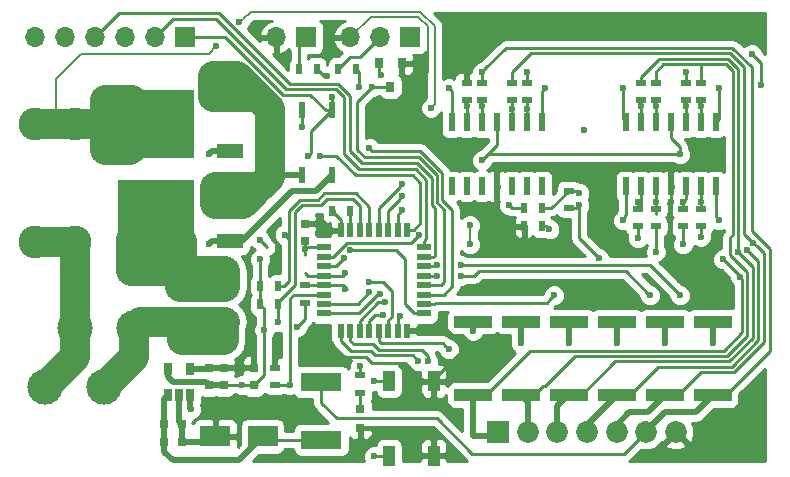
<source format=gbr>
G04 #@! TF.FileFunction,Copper,L1,Top,Signal*
%FSLAX46Y46*%
G04 Gerber Fmt 4.6, Leading zero omitted, Abs format (unit mm)*
G04 Created by KiCad (PCBNEW 4.0.7) date 05/04/18 22:17:41*
%MOMM*%
%LPD*%
G01*
G04 APERTURE LIST*
%ADD10C,0.100000*%
%ADD11R,0.800000X0.750000*%
%ADD12R,0.750000X0.800000*%
%ADD13R,2.500000X1.800000*%
%ADD14R,0.800000X0.800000*%
%ADD15R,0.800000X0.900000*%
%ADD16R,3.500000X1.600000*%
%ADD17C,2.780000*%
%ADD18R,1.850000X1.850000*%
%ADD19C,1.850000*%
%ADD20C,3.000000*%
%ADD21R,1.700000X1.700000*%
%ADD22O,1.700000X1.700000*%
%ADD23R,2.200000X1.200000*%
%ADD24R,6.400000X5.800000*%
%ADD25R,3.050000X2.750000*%
%ADD26R,3.200000X1.000000*%
%ADD27R,0.900000X0.500000*%
%ADD28R,0.500000X0.900000*%
%ADD29R,1.700000X0.900000*%
%ADD30R,1.000000X1.700000*%
%ADD31R,0.600000X1.500000*%
%ADD32R,0.650000X1.060000*%
%ADD33R,0.550000X1.450000*%
%ADD34R,1.200000X0.600000*%
%ADD35R,0.600000X1.200000*%
%ADD36C,0.600000*%
%ADD37C,0.250000*%
%ADD38C,0.200000*%
%ADD39C,0.500000*%
%ADD40C,2.540000*%
%ADD41C,0.254000*%
G04 APERTURE END LIST*
D10*
D11*
X55130000Y-75184000D03*
X56630000Y-75184000D03*
X56630000Y-73660000D03*
X55130000Y-73660000D03*
D12*
X58928000Y-68846000D03*
X58928000Y-70346000D03*
X60198000Y-70346000D03*
X60198000Y-68846000D03*
X67056000Y-56654000D03*
X67056000Y-58154000D03*
X62738000Y-70346000D03*
X62738000Y-68846000D03*
D13*
X63468000Y-74676000D03*
X59468000Y-74676000D03*
D14*
X71755000Y-72352000D03*
X71755000Y-73952000D03*
D15*
X75245000Y-43069000D03*
X73345000Y-43069000D03*
X74295000Y-45069000D03*
D16*
X68453000Y-74957000D03*
X68453000Y-70077000D03*
D17*
X47625000Y-48260000D03*
X44225000Y-48260000D03*
X47625000Y-58180000D03*
X44225000Y-58180000D03*
D18*
X83439000Y-74295000D03*
D19*
X85939000Y-74295000D03*
X88439000Y-74295000D03*
X90939000Y-74295000D03*
X93439000Y-74295000D03*
X95939000Y-74295000D03*
X98439000Y-74295000D03*
D20*
X52584360Y-65483740D03*
X50085000Y-70485000D03*
X45085000Y-70485000D03*
X47584360Y-65483740D03*
D21*
X67183000Y-40894000D03*
D22*
X64643000Y-40894000D03*
D21*
X56896000Y-40894000D03*
D22*
X54356000Y-40894000D03*
X51816000Y-40894000D03*
X49276000Y-40894000D03*
X46736000Y-40894000D03*
X44196000Y-40894000D03*
D21*
X75946000Y-40894000D03*
D22*
X73406000Y-40894000D03*
X70866000Y-40894000D03*
D23*
X60715000Y-50540000D03*
X60715000Y-45980000D03*
D24*
X54415000Y-48260000D03*
D25*
X52740000Y-46735000D03*
X56090000Y-49785000D03*
X52740000Y-49785000D03*
X56090000Y-46735000D03*
D23*
X60715000Y-58160000D03*
X60715000Y-53600000D03*
D24*
X54415000Y-55880000D03*
D25*
X52740000Y-54355000D03*
X56090000Y-57405000D03*
X52740000Y-57405000D03*
X56090000Y-54355000D03*
D26*
X81280000Y-71172000D03*
X81280000Y-64972000D03*
X85344000Y-71172000D03*
X85344000Y-64972000D03*
X89408000Y-71172000D03*
X89408000Y-64972000D03*
X93472000Y-71172000D03*
X93472000Y-64972000D03*
X97536000Y-71172000D03*
X97536000Y-64972000D03*
X101600000Y-71172000D03*
X101600000Y-64972000D03*
D27*
X99314000Y-46216000D03*
X99314000Y-44716000D03*
X100584000Y-46216000D03*
X100584000Y-44716000D03*
X96774000Y-46216000D03*
X96774000Y-44716000D03*
X95504000Y-46216000D03*
X95504000Y-44716000D03*
X96774000Y-55384000D03*
X96774000Y-56884000D03*
X95250000Y-55384000D03*
X95250000Y-56884000D03*
X99060000Y-55384000D03*
X99060000Y-56884000D03*
X100584000Y-55384000D03*
X100584000Y-56884000D03*
X84582000Y-46216000D03*
X84582000Y-44716000D03*
X85852000Y-46216000D03*
X85852000Y-44716000D03*
X82042000Y-46216000D03*
X82042000Y-44716000D03*
X80772000Y-46216000D03*
X80772000Y-44716000D03*
D28*
X85610000Y-56896000D03*
X87110000Y-56896000D03*
D27*
X89408000Y-55360000D03*
X89408000Y-53860000D03*
D28*
X87110000Y-55372000D03*
X85610000Y-55372000D03*
D27*
X71755000Y-69481000D03*
X71755000Y-70981000D03*
X67056000Y-63361000D03*
X67056000Y-61861000D03*
D28*
X70854000Y-55626000D03*
X69354000Y-55626000D03*
X64758000Y-61976000D03*
X63258000Y-61976000D03*
X64758000Y-63500000D03*
X63258000Y-63500000D03*
D29*
X58420000Y-64950000D03*
X58420000Y-62050000D03*
X60325000Y-64950000D03*
X60325000Y-62050000D03*
X56515000Y-64950000D03*
X56515000Y-62050000D03*
D28*
X66560000Y-43561000D03*
X68060000Y-43561000D03*
X69862000Y-43561000D03*
X71362000Y-43561000D03*
D27*
X64516000Y-70346000D03*
X64516000Y-68846000D03*
D30*
X74173000Y-76302000D03*
X74173000Y-70002000D03*
X77973000Y-76302000D03*
X77973000Y-70002000D03*
D31*
X101854000Y-48100000D03*
X100584000Y-48100000D03*
X99314000Y-48100000D03*
X98044000Y-48100000D03*
X96774000Y-48100000D03*
X95504000Y-48100000D03*
X94234000Y-48100000D03*
X94234000Y-53500000D03*
X95504000Y-53500000D03*
X96774000Y-53500000D03*
X98044000Y-53500000D03*
X99314000Y-53500000D03*
X100584000Y-53500000D03*
X101854000Y-53500000D03*
X87122000Y-48100000D03*
X85852000Y-48100000D03*
X84582000Y-48100000D03*
X83312000Y-48100000D03*
X82042000Y-48100000D03*
X80772000Y-48100000D03*
X79502000Y-48100000D03*
X79502000Y-53500000D03*
X80772000Y-53500000D03*
X82042000Y-53500000D03*
X83312000Y-53500000D03*
X84582000Y-53500000D03*
X85852000Y-53500000D03*
X87122000Y-53500000D03*
D32*
X55438000Y-71204000D03*
X56388000Y-71204000D03*
X57338000Y-71204000D03*
X57338000Y-69004000D03*
X55438000Y-69004000D03*
D33*
X69342000Y-47034000D03*
X66802000Y-47034000D03*
X66802000Y-52534000D03*
X69342000Y-52534000D03*
D34*
X68648000Y-58668000D03*
X68648000Y-59468000D03*
X68648000Y-60268000D03*
X68648000Y-61068000D03*
X68648000Y-61868000D03*
X68648000Y-62668000D03*
X68648000Y-63468000D03*
X68648000Y-64268000D03*
D35*
X70098000Y-65718000D03*
X70898000Y-65718000D03*
X71698000Y-65718000D03*
X72498000Y-65718000D03*
X73298000Y-65718000D03*
X74098000Y-65718000D03*
X74898000Y-65718000D03*
X75698000Y-65718000D03*
D34*
X77148000Y-64268000D03*
X77148000Y-63468000D03*
X77148000Y-62668000D03*
X77148000Y-61868000D03*
X77148000Y-61068000D03*
X77148000Y-60268000D03*
X77148000Y-59468000D03*
X77148000Y-58668000D03*
D35*
X75698000Y-57218000D03*
X74898000Y-57218000D03*
X74098000Y-57218000D03*
X73298000Y-57218000D03*
X72498000Y-57218000D03*
X71698000Y-57218000D03*
X70898000Y-57218000D03*
X70098000Y-57218000D03*
D36*
X90678000Y-48768000D03*
X99314000Y-46736000D03*
X77216000Y-44069000D03*
X68580000Y-67056000D03*
X98806000Y-61468000D03*
X64516000Y-67310000D03*
X61341000Y-68834000D03*
X77978000Y-74930000D03*
X77978000Y-71628000D03*
X80518000Y-67310000D03*
X80772000Y-43942000D03*
X98044000Y-54864000D03*
X57531000Y-75184000D03*
X68326000Y-56642000D03*
X64770000Y-59690000D03*
X96774000Y-46736000D03*
X96774000Y-54864000D03*
X99060000Y-54864000D03*
X84582000Y-46990000D03*
X82042000Y-46736000D03*
X82042000Y-51308000D03*
X98806000Y-50800000D03*
X73660000Y-64389000D03*
X73817603Y-63297005D03*
X77470000Y-68326000D03*
X76640021Y-68326000D03*
X73406000Y-62611000D03*
X72517000Y-62484000D03*
X105664000Y-44958000D03*
X104902000Y-42291000D03*
X57404000Y-72390000D03*
X55118000Y-72390000D03*
X63258000Y-59690000D03*
X67310000Y-50927000D03*
X67056000Y-58801000D03*
X70866000Y-58928000D03*
X66421000Y-65405000D03*
X63627000Y-65659000D03*
X73533000Y-44069000D03*
X69342000Y-45974000D03*
X61722000Y-70358000D03*
X63246000Y-58039000D03*
X70485000Y-62230000D03*
X70485000Y-60833000D03*
X59563000Y-41656000D03*
X61468000Y-39624000D03*
X81026000Y-58420000D03*
X81026000Y-56769000D03*
X77724000Y-46863000D03*
X102489000Y-59690000D03*
X91948000Y-59563000D03*
X90297000Y-55118000D03*
X50165000Y-49403000D03*
X50165000Y-47244000D03*
X50165000Y-48260000D03*
X50165000Y-50419000D03*
X50165000Y-46228000D03*
X90297000Y-54102000D03*
X72771000Y-45085000D03*
X72517000Y-50292000D03*
X71628000Y-45085000D03*
X68961000Y-44196000D03*
X72516984Y-61595000D03*
X96774000Y-59045010D03*
X103698118Y-59045010D03*
X104521000Y-58928000D03*
X99060000Y-58420000D03*
X95250000Y-57912000D03*
X100584000Y-57785000D03*
X105029000Y-58293000D03*
X59436000Y-66548000D03*
X60198000Y-66548000D03*
X57531000Y-66548000D03*
X56642000Y-66548000D03*
X58547000Y-66548000D03*
X76708000Y-57658000D03*
X87757000Y-57150000D03*
X84328000Y-55118000D03*
X58928000Y-58420000D03*
X58928000Y-50800000D03*
X61468000Y-54991000D03*
X60452000Y-54991000D03*
X62103000Y-44958000D03*
X62738000Y-45593000D03*
X61341000Y-44196000D03*
X60452000Y-44196000D03*
X59436000Y-44196000D03*
X62357000Y-54356000D03*
X63240000Y-53600000D03*
X59436000Y-54991000D03*
X59309000Y-45974000D03*
X59436000Y-53594000D03*
X52324000Y-60706000D03*
X60325000Y-60706000D03*
X58420000Y-60706000D03*
X56642000Y-60706000D03*
X54415000Y-60706000D03*
X98806000Y-62738000D03*
X80264000Y-60198000D03*
X78232000Y-60198000D03*
X96266000Y-62738000D03*
X80264000Y-61087000D03*
X78232000Y-61087000D03*
X75311000Y-53340000D03*
X75311000Y-54356000D03*
X88138000Y-62738000D03*
X79248000Y-67310000D03*
X81306592Y-65754306D03*
X85344000Y-66802000D03*
X89408000Y-66802000D03*
X93472000Y-66802000D03*
X97536000Y-66802000D03*
X101600000Y-66802000D03*
X102108000Y-45212000D03*
X93980000Y-45212000D03*
X93980000Y-56388000D03*
X102108000Y-56388000D03*
X87376000Y-45212000D03*
X79248000Y-45212000D03*
X66802000Y-48514000D03*
X68326000Y-50927000D03*
X71755000Y-68707000D03*
X75311000Y-55499000D03*
X65341500Y-57594500D03*
X64770000Y-65024000D03*
X65786000Y-70358000D03*
X75112999Y-64446921D03*
X72898000Y-76327000D03*
X72898000Y-69977000D03*
X70358000Y-59563000D03*
X85852000Y-43816032D03*
X82042000Y-43816032D03*
X103898341Y-61146021D03*
X99314000Y-43815000D03*
X100584000Y-46736000D03*
X95504000Y-46736000D03*
X95250000Y-54864000D03*
X100584000Y-54864000D03*
X85852000Y-46990000D03*
X80772000Y-46736000D03*
D37*
X99314000Y-48100000D02*
X99314000Y-46736000D01*
X99314000Y-46216000D02*
X99314000Y-48100000D01*
D38*
X70866000Y-40894000D02*
X72624989Y-39135011D01*
X72624989Y-39135011D02*
X76669311Y-39135011D01*
X76669311Y-39135011D02*
X77470000Y-39935700D01*
X77470000Y-39935700D02*
X77470000Y-42291000D01*
X77470000Y-42291000D02*
X77470000Y-43053000D01*
X75245000Y-43069000D02*
X75261000Y-43053000D01*
X75261000Y-43053000D02*
X77470000Y-43053000D01*
X77470000Y-43815000D02*
X77216000Y-44069000D01*
X77470000Y-43053000D02*
X77470000Y-43815000D01*
X75245000Y-43069000D02*
X76216000Y-43069000D01*
D37*
X68879999Y-67355999D02*
X68580000Y-67056000D01*
X75565000Y-68453000D02*
X72771000Y-68453000D01*
X77114000Y-70002000D02*
X75565000Y-68453000D01*
X77973000Y-70002000D02*
X77114000Y-70002000D01*
X72771000Y-68453000D02*
X72263000Y-67945000D01*
X69469000Y-67945000D02*
X68879999Y-67355999D01*
X72263000Y-67945000D02*
X69469000Y-67945000D01*
X98044000Y-54864000D02*
X98044000Y-60706000D01*
X98044000Y-60706000D02*
X98806000Y-61468000D01*
X64516000Y-68846000D02*
X64516000Y-67310000D01*
X77973000Y-70002000D02*
X77978000Y-70007000D01*
X77978000Y-70007000D02*
X77978000Y-71628000D01*
X77978000Y-74930000D02*
X77978000Y-76297000D01*
X77978000Y-76297000D02*
X77973000Y-76302000D01*
X77973000Y-69855000D02*
X80518000Y-67310000D01*
X79180000Y-65718000D02*
X80518000Y-67056000D01*
X80518000Y-67056000D02*
X80518000Y-67310000D01*
X79180000Y-65718000D02*
X75698000Y-65718000D01*
X77973000Y-69855000D02*
X77973000Y-70002000D01*
X80772000Y-43815000D02*
X80772000Y-43942000D01*
X80772000Y-44716000D02*
X80772000Y-43815000D01*
X98044000Y-54864000D02*
X98044000Y-53500000D01*
X59468000Y-74676000D02*
X58960000Y-75184000D01*
X58960000Y-75184000D02*
X57531000Y-75184000D01*
X68326000Y-56642000D02*
X68961000Y-57277000D01*
X68961000Y-57277000D02*
X70039000Y-57277000D01*
X70039000Y-57277000D02*
X70098000Y-57218000D01*
X67056000Y-56654000D02*
X68314000Y-56654000D01*
X68314000Y-56654000D02*
X68326000Y-56642000D01*
X69354000Y-55626000D02*
X70098000Y-56370000D01*
X70098000Y-56370000D02*
X70098000Y-57218000D01*
D39*
X56630000Y-75184000D02*
X58960000Y-75184000D01*
X57338000Y-69004000D02*
X58770000Y-69004000D01*
X58770000Y-69004000D02*
X58928000Y-68846000D01*
X56388000Y-71204000D02*
X56388000Y-73418000D01*
X56388000Y-73418000D02*
X56630000Y-73660000D01*
D37*
X96774000Y-46216000D02*
X96774000Y-46736000D01*
X96774000Y-48100000D02*
X96774000Y-46736000D01*
X96774000Y-53500000D02*
X96774000Y-55880000D01*
X96774000Y-55880000D02*
X96774000Y-54864000D01*
X96774000Y-53500000D02*
X96774000Y-55384000D01*
X99060000Y-54864000D02*
X99060000Y-55384000D01*
X99314000Y-53500000D02*
X99314000Y-54610000D01*
X99314000Y-54610000D02*
X99060000Y-54864000D01*
X99314000Y-54610000D02*
X99060000Y-54864000D01*
X84582000Y-46990000D02*
X84582000Y-48100000D01*
X84582000Y-48100000D02*
X84582000Y-46216000D01*
X82042000Y-46216000D02*
X82042000Y-48100000D01*
X82042000Y-48100000D02*
X82042000Y-46736000D01*
X82042000Y-46736000D02*
X82042000Y-46216000D01*
X98806000Y-50800000D02*
X82550000Y-50800000D01*
X82550000Y-50800000D02*
X82042000Y-51308000D01*
X83312000Y-48100000D02*
X83312000Y-50038000D01*
X83312000Y-50038000D02*
X82042000Y-51308000D01*
X98044000Y-48100000D02*
X98044000Y-49403000D01*
X98806000Y-50165000D02*
X98806000Y-50800000D01*
X98044000Y-49403000D02*
X98806000Y-50165000D01*
X73235736Y-64389000D02*
X73660000Y-64389000D01*
X72498000Y-64868000D02*
X72977000Y-64389000D01*
X72498000Y-64868000D02*
X72498000Y-65718000D01*
X72977000Y-64389000D02*
X73235736Y-64389000D01*
X73268995Y-63297005D02*
X73393339Y-63297005D01*
X71698000Y-64868000D02*
X73268995Y-63297005D01*
X73393339Y-63297005D02*
X73817603Y-63297005D01*
X71698000Y-65718000D02*
X71698000Y-64868000D01*
X71189500Y-66859500D02*
X72828500Y-66859500D01*
X72828500Y-66859500D02*
X73336989Y-67367989D01*
X73336989Y-67367989D02*
X76936253Y-67367989D01*
X76936253Y-67367989D02*
X77470000Y-67901736D01*
X70898000Y-66568000D02*
X71189500Y-66859500D01*
X70898000Y-65718000D02*
X70898000Y-66568000D01*
X77470000Y-67901736D02*
X77470000Y-68326000D01*
X70980000Y-67450000D02*
X72657000Y-67450000D01*
X72657000Y-67450000D02*
X73025000Y-67818000D01*
X70098000Y-65718000D02*
X70098000Y-66568000D01*
X70098000Y-66568000D02*
X70980000Y-67450000D01*
X73025000Y-67818000D02*
X76200000Y-67818000D01*
X76640021Y-68258021D02*
X76640021Y-68326000D01*
X76200000Y-67818000D02*
X76640021Y-68258021D01*
X73279000Y-62611000D02*
X73406000Y-62611000D01*
X68648000Y-64268000D02*
X71622000Y-64268000D01*
X71622000Y-64268000D02*
X73279000Y-62611000D01*
X71528127Y-63472873D02*
X70099479Y-63472873D01*
X72517000Y-62484000D02*
X71528127Y-63472873D01*
X68648000Y-63468000D02*
X70094606Y-63468000D01*
X70094606Y-63468000D02*
X70099479Y-63472873D01*
X105664000Y-44958000D02*
X105664000Y-43307000D01*
X104902000Y-42291000D02*
X105664000Y-43053000D01*
X105664000Y-43053000D02*
X105664000Y-43307000D01*
X63468000Y-74676000D02*
X63749000Y-74957000D01*
X63749000Y-74957000D02*
X68453000Y-74957000D01*
X55130000Y-73660000D02*
X55130000Y-72402000D01*
X55130000Y-72402000D02*
X55118000Y-72390000D01*
X55130000Y-75184000D02*
X55130000Y-73660000D01*
D39*
X57338000Y-71204000D02*
X57338000Y-72324000D01*
X57338000Y-72324000D02*
X57404000Y-72390000D01*
X55118000Y-72390000D02*
X55130000Y-72390000D01*
X55438000Y-71204000D02*
X55130000Y-71512000D01*
X55130000Y-71512000D02*
X55130000Y-72390000D01*
X55130000Y-72390000D02*
X55130000Y-73152000D01*
X55880000Y-76708000D02*
X55130000Y-75958000D01*
X61436000Y-76708000D02*
X55880000Y-76708000D01*
X63468000Y-74676000D02*
X61436000Y-76708000D01*
X55130000Y-75958000D02*
X55130000Y-74676000D01*
X55130000Y-74676000D02*
X55130000Y-73152000D01*
D37*
X56896000Y-40894000D02*
X60325000Y-40894000D01*
X60325000Y-40894000D02*
X65162022Y-45731022D01*
X65162022Y-45731022D02*
X67514022Y-45731022D01*
X67514022Y-45731022D02*
X68817000Y-47034000D01*
X68817000Y-47034000D02*
X69342000Y-47034000D01*
X77148000Y-64268000D02*
X77148000Y-64262000D01*
X77148000Y-64262000D02*
X76327000Y-64262000D01*
X76327000Y-64262000D02*
X75565000Y-63500000D01*
X75565000Y-63500000D02*
X75565000Y-59690000D01*
X75565000Y-59690000D02*
X74803000Y-58928000D01*
X74803000Y-58928000D02*
X70866000Y-58928000D01*
X63258000Y-59690000D02*
X63258000Y-61976000D01*
X69342000Y-47034000D02*
X67564000Y-48812000D01*
X67564000Y-50673000D02*
X67310000Y-50927000D01*
X67564000Y-48812000D02*
X67564000Y-50673000D01*
X67056000Y-58801000D02*
X67062000Y-58801000D01*
X67062000Y-58801000D02*
X67056000Y-58801000D01*
X67056000Y-58801000D02*
X67062000Y-58801000D01*
X67056000Y-63361000D02*
X67056000Y-64770000D01*
X67056000Y-64770000D02*
X66421000Y-65405000D01*
X73345000Y-43881000D02*
X73345000Y-43069000D01*
X73533000Y-44069000D02*
X73345000Y-43881000D01*
X69342000Y-47034000D02*
X69342000Y-45974000D01*
X67062000Y-58668000D02*
X67062000Y-58801000D01*
X67062000Y-58801000D02*
X67062000Y-59315000D01*
X67062000Y-59315000D02*
X67056000Y-59321000D01*
X68648000Y-58668000D02*
X67062000Y-58668000D01*
X67056000Y-58662000D02*
X67056000Y-58154000D01*
X67062000Y-58668000D02*
X67056000Y-58662000D01*
X63258000Y-63500000D02*
X63627000Y-63869000D01*
X63627000Y-69457000D02*
X62738000Y-70346000D01*
X63627000Y-63869000D02*
X63627000Y-65659000D01*
X63627000Y-65659000D02*
X63627000Y-69457000D01*
X61722000Y-70219000D02*
X61849000Y-70346000D01*
X61226000Y-70358000D02*
X61297736Y-70358000D01*
X61214000Y-70346000D02*
X61226000Y-70358000D01*
X61297736Y-70358000D02*
X61722000Y-70358000D01*
X63258000Y-61976000D02*
X63258000Y-63500000D01*
X63875000Y-58668000D02*
X63246000Y-58039000D01*
X61214000Y-70346000D02*
X61214000Y-70358000D01*
X61214000Y-70358000D02*
X61214000Y-70346000D01*
X62992000Y-70346000D02*
X61849000Y-70346000D01*
X61849000Y-70346000D02*
X61214000Y-70346000D01*
X61214000Y-70346000D02*
X60198000Y-70346000D01*
D39*
X58928000Y-70346000D02*
X60198000Y-70346000D01*
X55438000Y-69004000D02*
X55438000Y-69662000D01*
X55880000Y-70104000D02*
X58686000Y-70104000D01*
X55438000Y-69662000D02*
X55880000Y-70104000D01*
X58686000Y-70104000D02*
X58928000Y-70346000D01*
D37*
X67056000Y-61861000D02*
X68641000Y-61861000D01*
X68641000Y-61861000D02*
X68648000Y-61868000D01*
X70612000Y-62230000D02*
X70485000Y-62230000D01*
X70250000Y-61868000D02*
X70612000Y-62230000D01*
X68648000Y-61868000D02*
X70250000Y-61868000D01*
X68648000Y-61068000D02*
X67303000Y-61068000D01*
X67303000Y-61068000D02*
X67056000Y-60821000D01*
X68648000Y-61068000D02*
X70250000Y-61068000D01*
X70250000Y-61068000D02*
X70485000Y-60833000D01*
D38*
X45974000Y-48260000D02*
X45847000Y-48133000D01*
X47498000Y-48133000D02*
X45847000Y-48133000D01*
X48133000Y-42291000D02*
X45974000Y-44450000D01*
X58928000Y-42291000D02*
X48133000Y-42291000D01*
X59563000Y-41656000D02*
X58928000Y-42291000D01*
X45974000Y-44450000D02*
X45974000Y-48260000D01*
X78041500Y-39941500D02*
X78041500Y-46545500D01*
X78041500Y-39941500D02*
X76835000Y-38735000D01*
X76835000Y-38735000D02*
X62484000Y-38735000D01*
X62484000Y-38735000D02*
X61849000Y-39370000D01*
X61595000Y-39624000D02*
X61849000Y-39370000D01*
X61468000Y-39624000D02*
X61595000Y-39624000D01*
X47498000Y-48133000D02*
X47625000Y-48260000D01*
X81026000Y-58420000D02*
X81026000Y-56642000D01*
X81026000Y-56642000D02*
X81026000Y-56769000D01*
X77724000Y-46863000D02*
X78041500Y-46545500D01*
X78041500Y-46545500D02*
X78105000Y-46482000D01*
D37*
X90297000Y-57912000D02*
X90297000Y-55118000D01*
X91948000Y-59563000D02*
X90297000Y-57912000D01*
X90055000Y-55360000D02*
X89408000Y-55360000D01*
X90297000Y-55118000D02*
X90055000Y-55360000D01*
D40*
X50165000Y-48260000D02*
X50165000Y-49403000D01*
X50165000Y-49403000D02*
X50165000Y-47244000D01*
X54415000Y-48260000D02*
X50165000Y-48260000D01*
X54415000Y-48260000D02*
X52256000Y-50419000D01*
X52256000Y-50419000D02*
X50165000Y-50419000D01*
X54415000Y-48260000D02*
X52383000Y-46228000D01*
X52383000Y-46228000D02*
X50165000Y-46228000D01*
X50165000Y-48260000D02*
X50165000Y-50419000D01*
X50165000Y-48260000D02*
X50165000Y-46228000D01*
X47625000Y-48260000D02*
X50165000Y-48260000D01*
X50165000Y-48260000D02*
X54415000Y-48260000D01*
X44225000Y-48260000D02*
X47625000Y-48260000D01*
D37*
X87110000Y-55372000D02*
X87896000Y-55372000D01*
X87896000Y-55372000D02*
X89408000Y-53860000D01*
X90055000Y-53860000D02*
X89408000Y-53860000D01*
X90297000Y-54102000D02*
X90055000Y-53860000D01*
X71755000Y-72352000D02*
X71755000Y-70981000D01*
X72263000Y-51054000D02*
X72136000Y-51054000D01*
X76710822Y-51054000D02*
X72263000Y-51054000D01*
X78243022Y-52586200D02*
X76710822Y-51054000D01*
X78243022Y-54873612D02*
X78243022Y-52586200D01*
X78867000Y-55497590D02*
X78243022Y-54873612D01*
X78867000Y-61595000D02*
X78867000Y-55497590D01*
X78594000Y-61868000D02*
X78867000Y-61595000D01*
X77148000Y-61868000D02*
X78594000Y-61868000D01*
X71501000Y-46355000D02*
X72771000Y-45085000D01*
X71501000Y-50419000D02*
X71501000Y-46355000D01*
X72136000Y-51054000D02*
X71501000Y-50419000D01*
X72771000Y-45085000D02*
X74279000Y-45085000D01*
X74279000Y-45085000D02*
X74295000Y-45069000D01*
X72771000Y-50546000D02*
X73195264Y-50546000D01*
X72517000Y-50292000D02*
X72771000Y-50546000D01*
X71628000Y-45085000D02*
X71628000Y-43827000D01*
X71628000Y-43827000D02*
X71362000Y-43561000D01*
X77148000Y-62668000D02*
X78810000Y-62668000D01*
X78693033Y-52399800D02*
X76839233Y-50546000D01*
X78693033Y-54687211D02*
X78693033Y-52399800D01*
X79502000Y-55496178D02*
X78693033Y-54687211D01*
X79502000Y-61976000D02*
X79502000Y-55496178D01*
X78810000Y-62668000D02*
X79502000Y-61976000D01*
X76839233Y-50546000D02*
X73195264Y-50546000D01*
X68060000Y-43561000D02*
X68695000Y-44196000D01*
X68695000Y-44196000D02*
X68961000Y-44196000D01*
X74098000Y-64868000D02*
X74442605Y-64523395D01*
X72941248Y-61595000D02*
X72516984Y-61595000D01*
X74098000Y-65718000D02*
X74098000Y-64868000D01*
X74442605Y-64523395D02*
X74442605Y-62377605D01*
X73660000Y-61595000D02*
X72941248Y-61595000D01*
X74442605Y-62377605D02*
X73660000Y-61595000D01*
D40*
X44225000Y-58180000D02*
X47625000Y-58180000D01*
X47584360Y-65483740D02*
X47584360Y-67985640D01*
X47584360Y-67985640D02*
X45085000Y-70485000D01*
X47625000Y-58180000D02*
X47625000Y-65443100D01*
X47625000Y-65443100D02*
X47584360Y-65483740D01*
D37*
X87349415Y-70422000D02*
X89894402Y-67877013D01*
X87194000Y-70422000D02*
X87349415Y-70422000D01*
X103308989Y-57600011D02*
X103308989Y-43750219D01*
X104521000Y-66167000D02*
X104521000Y-61443047D01*
X102810987Y-67877013D02*
X104521000Y-66167000D01*
X104521000Y-61443047D02*
X104523342Y-61440705D01*
X85344000Y-71172000D02*
X86444000Y-71172000D01*
X89894402Y-67877013D02*
X102810987Y-67877013D01*
X104523342Y-61440705D02*
X104523342Y-60795236D01*
X104523342Y-60795236D02*
X103073117Y-59345011D01*
X103073117Y-59345011D02*
X103073117Y-57835883D01*
X103073117Y-57835883D02*
X103308989Y-57600011D01*
X86444000Y-71172000D02*
X87194000Y-70422000D01*
X103308989Y-43750219D02*
X102738770Y-43180000D01*
X102738770Y-43180000D02*
X100584000Y-43180000D01*
X100584000Y-43180000D02*
X97409000Y-43180000D01*
X96774000Y-43815000D02*
X96774000Y-44716000D01*
X97409000Y-43180000D02*
X96774000Y-43815000D01*
X100584000Y-44716000D02*
X100584000Y-43180000D01*
D39*
X85939000Y-74295000D02*
X85939000Y-71767000D01*
X85939000Y-71767000D02*
X85344000Y-71172000D01*
D37*
X102997387Y-68327024D02*
X104971011Y-66353400D01*
X104973353Y-60320245D02*
X103998117Y-59345009D01*
X90508000Y-71172000D02*
X93352976Y-68327024D01*
X93352976Y-68327024D02*
X102997387Y-68327024D01*
X104971011Y-61629447D02*
X104973353Y-61627105D01*
X103998117Y-59345009D02*
X103698118Y-59045010D01*
X104971011Y-66353400D02*
X104971011Y-61629447D01*
X104973353Y-61627105D02*
X104973353Y-60320245D01*
X89408000Y-71172000D02*
X90508000Y-71172000D01*
X95504000Y-44216000D02*
X97036978Y-42683022D01*
X103759008Y-43563828D02*
X103759008Y-58559856D01*
X102878202Y-42683022D02*
X103759008Y-43563828D01*
X103759008Y-58559856D02*
X103698118Y-58620746D01*
X97036978Y-42683022D02*
X102878202Y-42683022D01*
X103698118Y-58620746D02*
X103698118Y-59045010D01*
X95504000Y-44716000D02*
X95504000Y-44216000D01*
X96774000Y-56884000D02*
X96774000Y-59045010D01*
D39*
X88439000Y-74295000D02*
X88439000Y-72141000D01*
X88439000Y-72141000D02*
X89408000Y-71172000D01*
D37*
X105421022Y-61815847D02*
X105423364Y-61813505D01*
X94572000Y-71172000D02*
X96966965Y-68777035D01*
X93472000Y-71172000D02*
X94572000Y-71172000D01*
X105421022Y-66539800D02*
X105421022Y-61815847D01*
X96966965Y-68777035D02*
X103183787Y-68777035D01*
X103183787Y-68777035D02*
X105421022Y-66539800D01*
X105423364Y-61813505D02*
X105423364Y-59830364D01*
X104820999Y-59227999D02*
X104521000Y-58928000D01*
X105423364Y-59830364D02*
X104820999Y-59227999D01*
X99060000Y-56884000D02*
X99060000Y-58420000D01*
X95250000Y-57912000D02*
X95250000Y-56884000D01*
D39*
X90939000Y-74295000D02*
X90939000Y-73705000D01*
X90939000Y-73705000D02*
X93472000Y-71172000D01*
D37*
X105328999Y-58592999D02*
X105029000Y-58293000D01*
X105918000Y-66679220D02*
X105918000Y-59182000D01*
X103370174Y-69227046D02*
X105918000Y-66679220D01*
X100580954Y-69227046D02*
X103370174Y-69227046D01*
X97536000Y-71172000D02*
X98636000Y-71172000D01*
X98636000Y-71172000D02*
X100580954Y-69227046D01*
X105918000Y-59182000D02*
X105328999Y-58592999D01*
X84582000Y-44216000D02*
X84582000Y-44716000D01*
X103064601Y-42233011D02*
X86163989Y-42233011D01*
X84582000Y-43815000D02*
X84582000Y-44216000D01*
X86163989Y-42233011D02*
X84582000Y-43815000D01*
X104267000Y-43435410D02*
X103064601Y-42233011D01*
X104267000Y-57531000D02*
X104267000Y-43435410D01*
X105029000Y-58293000D02*
X104267000Y-57531000D01*
X100584000Y-57785000D02*
X100584000Y-56884000D01*
D39*
X93439000Y-74295000D02*
X93439000Y-73693000D01*
X93439000Y-73693000D02*
X94488000Y-72644000D01*
X94488000Y-72644000D02*
X96064000Y-72644000D01*
X96064000Y-72644000D02*
X97536000Y-71172000D01*
D40*
X60325000Y-64950000D02*
X60198000Y-65077000D01*
X60198000Y-65077000D02*
X60198000Y-66548000D01*
X60198000Y-66548000D02*
X59436000Y-66548000D01*
X59436000Y-66548000D02*
X60198000Y-66548000D01*
X60198000Y-66548000D02*
X60198000Y-65077000D01*
X60198000Y-65077000D02*
X60325000Y-64950000D01*
X56515000Y-64950000D02*
X56642000Y-65077000D01*
X56642000Y-65077000D02*
X56642000Y-66548000D01*
X56642000Y-66548000D02*
X57531000Y-66548000D01*
X57531000Y-66548000D02*
X58547000Y-66548000D01*
X58547000Y-66548000D02*
X59436000Y-66548000D01*
X59436000Y-66548000D02*
X60198000Y-66548000D01*
X60198000Y-66548000D02*
X60198000Y-65077000D01*
X60198000Y-65077000D02*
X60325000Y-64950000D01*
X58420000Y-64950000D02*
X56515000Y-64950000D01*
X60325000Y-64950000D02*
X58420000Y-64950000D01*
X52584360Y-65483740D02*
X53118100Y-64950000D01*
X53118100Y-64950000D02*
X60325000Y-64950000D01*
X50085000Y-70485000D02*
X52584360Y-67985640D01*
X52584360Y-67985640D02*
X52584360Y-65483740D01*
D37*
X67183000Y-40894000D02*
X66560000Y-41517000D01*
X66560000Y-41517000D02*
X66560000Y-43561000D01*
X77343000Y-57923000D02*
X77148000Y-58118000D01*
X77343000Y-52959000D02*
X77343000Y-57923000D01*
X71628705Y-52070705D02*
X76454705Y-52070705D01*
X69663601Y-45281011D02*
X70358000Y-45975410D01*
X70358000Y-50800000D02*
X71628705Y-52070705D01*
X59563000Y-39370000D02*
X65474011Y-45281011D01*
X54356000Y-40894000D02*
X55880000Y-39370000D01*
X76454705Y-52070705D02*
X77343000Y-52959000D01*
X65474011Y-45281011D02*
X69663601Y-45281011D01*
X70358000Y-45975410D02*
X70358000Y-50800000D01*
X77148000Y-58118000D02*
X77148000Y-58668000D01*
X55880000Y-39370000D02*
X59563000Y-39370000D01*
X77998000Y-59468000D02*
X77148000Y-59468000D01*
X78105000Y-59361000D02*
X77998000Y-59468000D01*
X77793011Y-55060011D02*
X78105000Y-55372000D01*
X71882000Y-51562000D02*
X76582411Y-51562000D01*
X59817000Y-38862000D02*
X65786000Y-44831000D01*
X51308000Y-38862000D02*
X59817000Y-38862000D01*
X78105000Y-55372000D02*
X78105000Y-59361000D01*
X65786000Y-44831000D02*
X69850000Y-44831000D01*
X70866000Y-50546000D02*
X71882000Y-51562000D01*
X76582411Y-51562000D02*
X77793011Y-52772600D01*
X77793011Y-52772600D02*
X77793011Y-55060011D01*
X69850000Y-44831000D02*
X70866000Y-45847000D01*
X70866000Y-45847000D02*
X70866000Y-50546000D01*
X49276000Y-40894000D02*
X51308000Y-38862000D01*
X69862000Y-43561000D02*
X70878000Y-42545000D01*
X71755000Y-42545000D02*
X73406000Y-40894000D01*
X70878000Y-42545000D02*
X71755000Y-42545000D01*
X68648000Y-59468000D02*
X69437000Y-59468000D01*
X70612000Y-58293000D02*
X76073000Y-58293000D01*
X69437000Y-59468000D02*
X70612000Y-58293000D01*
X76073000Y-58293000D02*
X76708000Y-57658000D01*
X87110000Y-56896000D02*
X87503000Y-56896000D01*
X87503000Y-56896000D02*
X87757000Y-57150000D01*
X84328000Y-55118000D02*
X84582000Y-55372000D01*
X84582000Y-55372000D02*
X85610000Y-55372000D01*
D39*
X60715000Y-58160000D02*
X61728000Y-58160000D01*
X65976500Y-53911500D02*
X67964500Y-53911500D01*
X61728000Y-58160000D02*
X65976500Y-53911500D01*
X67964500Y-53911500D02*
X69342000Y-52534000D01*
X60715000Y-50540000D02*
X59188000Y-50540000D01*
X59188000Y-58160000D02*
X60715000Y-58160000D01*
X58928000Y-58420000D02*
X59188000Y-58160000D01*
X59188000Y-50540000D02*
X58928000Y-50800000D01*
X66802000Y-52534000D02*
X64135000Y-52534000D01*
X64516000Y-52324000D02*
X64135000Y-52324000D01*
X64345000Y-52324000D02*
X64516000Y-52324000D01*
X64135000Y-52534000D02*
X64345000Y-52324000D01*
D40*
X59436000Y-54991000D02*
X60452000Y-54991000D01*
X62103000Y-44958000D02*
X62103000Y-45980000D01*
X60715000Y-45980000D02*
X62103000Y-45980000D01*
X62103000Y-45980000D02*
X62351000Y-45980000D01*
X62351000Y-45980000D02*
X62738000Y-45593000D01*
X60452000Y-44196000D02*
X59309000Y-44196000D01*
X59309000Y-45974000D02*
X59309000Y-44196000D01*
X59309000Y-44196000D02*
X59309000Y-44323000D01*
X59309000Y-44323000D02*
X59309000Y-44196000D01*
X59436000Y-45847000D02*
X59309000Y-45974000D01*
X60709000Y-45974000D02*
X59309000Y-45974000D01*
X59436000Y-44196000D02*
X59309000Y-44196000D01*
X59309000Y-44196000D02*
X61341000Y-44196000D01*
X61341000Y-44196000D02*
X64135000Y-46990000D01*
X59436000Y-44196000D02*
X59436000Y-45847000D01*
X62357000Y-54356000D02*
X61087000Y-54356000D01*
X61087000Y-53972000D02*
X61087000Y-54356000D01*
X61087000Y-54356000D02*
X61087000Y-54864000D01*
X60325000Y-54991000D02*
X61468000Y-54991000D01*
X61849000Y-54991000D02*
X62738000Y-54102000D01*
X59436000Y-54991000D02*
X60325000Y-54991000D01*
X60325000Y-54991000D02*
X61595000Y-54991000D01*
X61214000Y-54864000D02*
X61087000Y-54991000D01*
X59436000Y-54991000D02*
X61087000Y-54991000D01*
X60715000Y-53600000D02*
X61087000Y-53972000D01*
X61087000Y-53972000D02*
X61087000Y-54991000D01*
X59436000Y-54991000D02*
X59436000Y-53594000D01*
X60715000Y-45980000D02*
X60709000Y-45974000D01*
X59436000Y-53594000D02*
X60709000Y-53594000D01*
X60709000Y-53594000D02*
X60715000Y-53600000D01*
X60715000Y-53600000D02*
X63240000Y-53600000D01*
X63125000Y-45980000D02*
X60715000Y-45980000D01*
X64135000Y-46990000D02*
X63125000Y-45980000D01*
X64135000Y-52705000D02*
X64135000Y-52324000D01*
X64135000Y-52324000D02*
X64135000Y-52705000D01*
X64135000Y-52705000D02*
X64135000Y-46990000D01*
X63240000Y-53600000D02*
X64135000Y-52705000D01*
X58420000Y-62050000D02*
X56515000Y-62050000D01*
X60325000Y-62050000D02*
X58420000Y-62050000D01*
X52324000Y-60706000D02*
X54415000Y-60706000D01*
X54415000Y-60706000D02*
X56642000Y-60706000D01*
X56642000Y-60706000D02*
X58420000Y-60706000D01*
X58420000Y-60706000D02*
X60325000Y-60706000D01*
X60325000Y-60706000D02*
X60325000Y-62050000D01*
X52324000Y-60706000D02*
X55171000Y-60706000D01*
X52324000Y-60706000D02*
X52324000Y-57971000D01*
X52324000Y-57971000D02*
X54415000Y-55880000D01*
X54415000Y-55880000D02*
X56642000Y-58107000D01*
X56642000Y-58107000D02*
X56642000Y-60706000D01*
X54415000Y-55880000D02*
X54415000Y-60706000D01*
X56642000Y-60706000D02*
X55171000Y-60706000D01*
X55171000Y-60706000D02*
X54415000Y-59950000D01*
X58420000Y-60706000D02*
X60325000Y-60706000D01*
X56642000Y-60706000D02*
X58420000Y-60706000D01*
X54415000Y-59950000D02*
X54415000Y-55880000D01*
D37*
X98806000Y-62738000D02*
X96266000Y-60198000D01*
X81831264Y-60198000D02*
X81407000Y-60198000D01*
X96266000Y-60198000D02*
X81831264Y-60198000D01*
X80264000Y-60198000D02*
X81407000Y-60198000D01*
X78162000Y-60268000D02*
X78232000Y-60198000D01*
X78232000Y-60211000D02*
X78232000Y-60198000D01*
X78289000Y-60268000D02*
X78232000Y-60211000D01*
X77148000Y-60268000D02*
X78162000Y-60268000D01*
X81407000Y-61087000D02*
X81788000Y-60706000D01*
X81788000Y-60706000D02*
X94234000Y-60706000D01*
X94234000Y-60706000D02*
X96139000Y-62611000D01*
X96139000Y-62611000D02*
X96266000Y-62738000D01*
X80264000Y-61087000D02*
X81407000Y-61087000D01*
X78213000Y-61068000D02*
X77148000Y-61068000D01*
X78213000Y-61068000D02*
X78232000Y-61087000D01*
X75011001Y-53639999D02*
X75311000Y-53340000D01*
X73298000Y-55353000D02*
X75011001Y-53639999D01*
X73298000Y-57218000D02*
X73298000Y-55353000D01*
X74098000Y-55569000D02*
X75011001Y-54655999D01*
X74098000Y-57218000D02*
X74098000Y-55569000D01*
X75011001Y-54655999D02*
X75311000Y-54356000D01*
X77148000Y-63468000D02*
X77998000Y-63468000D01*
X82595989Y-63346971D02*
X82596004Y-63346986D01*
X78119029Y-63346971D02*
X82595989Y-63346971D01*
X87529014Y-63346986D02*
X87838001Y-63037999D01*
X82596004Y-63346986D02*
X87529014Y-63346986D01*
X77998000Y-63468000D02*
X78119029Y-63346971D01*
X87838001Y-63037999D02*
X88138000Y-62738000D01*
X73532000Y-66802000D02*
X78740000Y-66802000D01*
X73298000Y-66568000D02*
X73532000Y-66802000D01*
X73298000Y-65718000D02*
X73298000Y-66568000D01*
X78740000Y-66802000D02*
X78948001Y-67010001D01*
X78948001Y-67010001D02*
X79248000Y-67310000D01*
D39*
X81306592Y-64998592D02*
X81306592Y-65330042D01*
X81280000Y-64972000D02*
X81306592Y-64998592D01*
X81306592Y-65330042D02*
X81306592Y-65754306D01*
X85344000Y-64972000D02*
X85344000Y-66802000D01*
X89408000Y-64972000D02*
X89408000Y-66802000D01*
X93472000Y-64972000D02*
X93472000Y-66802000D01*
X97536000Y-64972000D02*
X97536000Y-66802000D01*
X101600000Y-64972000D02*
X101600000Y-66802000D01*
D37*
X101854000Y-48100000D02*
X102108000Y-47846000D01*
X102108000Y-47846000D02*
X102108000Y-45212000D01*
X94234000Y-48100000D02*
X93980000Y-47846000D01*
X93980000Y-47846000D02*
X93980000Y-45212000D01*
X94234000Y-53500000D02*
X94234000Y-55880000D01*
X94234000Y-55880000D02*
X93980000Y-56388000D01*
X101854000Y-53500000D02*
X101854000Y-56134000D01*
X101854000Y-56134000D02*
X102108000Y-56388000D01*
X87122000Y-48100000D02*
X87122000Y-45466000D01*
X87122000Y-45466000D02*
X87376000Y-45212000D01*
X79502000Y-48100000D02*
X79502000Y-45466000D01*
X79502000Y-45466000D02*
X79248000Y-45212000D01*
X66802000Y-47034000D02*
X66802000Y-48514000D01*
X75698000Y-57218000D02*
X76259000Y-57218000D01*
X76259000Y-57218000D02*
X76835000Y-56642000D01*
X76200000Y-52578000D02*
X71374000Y-52578000D01*
X76835000Y-56642000D02*
X76835000Y-53213000D01*
X76835000Y-53213000D02*
X76200000Y-52578000D01*
X71374000Y-52578000D02*
X69722295Y-50926295D01*
X69722295Y-50926295D02*
X68326705Y-50926295D01*
X68326705Y-50926295D02*
X68326000Y-50927000D01*
X75698000Y-57218000D02*
X75692000Y-57224000D01*
X71755000Y-69481000D02*
X71755000Y-68707000D01*
X74898000Y-57218000D02*
X74898000Y-55912000D01*
X74898000Y-55912000D02*
X75311000Y-55499000D01*
X70898000Y-57218000D02*
X70898000Y-55670000D01*
X70898000Y-55670000D02*
X70854000Y-55626000D01*
X65722500Y-58039000D02*
X65722500Y-55562500D01*
X68135500Y-54673500D02*
X68707000Y-54102000D01*
X65722500Y-55562500D02*
X66611500Y-54673500D01*
X66611500Y-54673500D02*
X68135500Y-54673500D01*
X68707000Y-54102000D02*
X71374000Y-54102000D01*
X71374000Y-54102000D02*
X72498000Y-55226000D01*
X72498000Y-55226000D02*
X72498000Y-55607000D01*
X72498000Y-55607000D02*
X72498000Y-57218000D01*
X65341500Y-57594500D02*
X65722500Y-57975500D01*
X65722500Y-57975500D02*
X65722500Y-58039000D01*
X65278000Y-61976000D02*
X64758000Y-61976000D01*
X65722500Y-61531500D02*
X65278000Y-61976000D01*
X65722500Y-58039000D02*
X65722500Y-61531500D01*
X64758000Y-63500000D02*
X64758000Y-63300000D01*
X66797899Y-55123511D02*
X68453000Y-55123511D01*
X64758000Y-63300000D02*
X66230500Y-61827500D01*
X66230500Y-61827500D02*
X66230500Y-55690910D01*
X71120000Y-54610000D02*
X71698000Y-55188000D01*
X66230500Y-55690910D02*
X66797899Y-55123511D01*
X68453000Y-55123511D02*
X68966511Y-54610000D01*
X68966511Y-54610000D02*
X71120000Y-54610000D01*
X71698000Y-55188000D02*
X71698000Y-57218000D01*
X64758000Y-65012000D02*
X64758000Y-63500000D01*
X64770000Y-65024000D02*
X64758000Y-65012000D01*
X68648000Y-62668000D02*
X66110000Y-62668000D01*
X65786000Y-64516000D02*
X65786000Y-70358000D01*
X65786000Y-62992000D02*
X65786000Y-64516000D01*
X66110000Y-62668000D02*
X65786000Y-62992000D01*
X65786000Y-70358000D02*
X65786000Y-70346000D01*
X65786000Y-70346000D02*
X65786000Y-70358000D01*
X65786000Y-70358000D02*
X65786000Y-70346000D01*
X65786000Y-70346000D02*
X64516000Y-70346000D01*
X74898000Y-65718000D02*
X74898000Y-64661920D01*
X74898000Y-64661920D02*
X75112999Y-64446921D01*
X72923000Y-76302000D02*
X74173000Y-76302000D01*
X72898000Y-76327000D02*
X72923000Y-76302000D01*
X72898000Y-69977000D02*
X74148000Y-69977000D01*
X74148000Y-69977000D02*
X74173000Y-70002000D01*
X69653000Y-60268000D02*
X70358000Y-59563000D01*
X69653000Y-60268000D02*
X68648000Y-60268000D01*
X103251000Y-41783000D02*
X84075032Y-41783000D01*
X84075032Y-41783000D02*
X82341999Y-43516033D01*
X104902000Y-57277000D02*
X104902000Y-43434000D01*
X102700000Y-71172000D02*
X106426000Y-67446000D01*
X101600000Y-71172000D02*
X102700000Y-71172000D01*
X106426000Y-58801000D02*
X104902000Y-57277000D01*
X82341999Y-43516033D02*
X82042000Y-43816032D01*
X106426000Y-67446000D02*
X106426000Y-58801000D01*
X104902000Y-43434000D02*
X103251000Y-41783000D01*
X82042000Y-44716000D02*
X82042000Y-43816032D01*
X85852000Y-44716000D02*
X85852000Y-43816032D01*
X94070500Y-76163500D02*
X81243500Y-76163500D01*
X81243500Y-76163500D02*
X78232000Y-73152000D01*
X78232000Y-73152000D02*
X69750000Y-73152000D01*
X69750000Y-73152000D02*
X68453000Y-71855000D01*
X68453000Y-71855000D02*
X68453000Y-70077000D01*
X95939000Y-74295000D02*
X94070500Y-76163500D01*
X94070500Y-76163500D02*
X94034000Y-76200000D01*
D39*
X95939000Y-74295000D02*
X95939000Y-74241000D01*
X95939000Y-74241000D02*
X97536000Y-72644000D01*
X97536000Y-72644000D02*
X100128000Y-72644000D01*
X100128000Y-72644000D02*
X101600000Y-71172000D01*
D37*
X103898341Y-61099341D02*
X102489000Y-59690000D01*
X103898341Y-61146021D02*
X103898341Y-61099341D01*
X103898341Y-61146021D02*
X104070998Y-61318678D01*
X104070998Y-65855011D02*
X104070998Y-65855002D01*
X104070998Y-61318678D02*
X104070998Y-65855011D01*
X103898341Y-61146021D02*
X103906573Y-61146021D01*
X102498998Y-67427002D02*
X104070998Y-65855002D01*
X82380000Y-71172000D02*
X86124998Y-67427002D01*
X86124998Y-67427002D02*
X102498998Y-67427002D01*
X104070998Y-65855002D02*
X104070989Y-65855011D01*
X81280000Y-71172000D02*
X82380000Y-71172000D01*
X99314000Y-44716000D02*
X99314000Y-43815000D01*
D39*
X81280000Y-71172000D02*
X81280000Y-74676000D01*
X81280000Y-74676000D02*
X83058000Y-74676000D01*
X83058000Y-74676000D02*
X83439000Y-74295000D01*
D37*
X100584000Y-46216000D02*
X100584000Y-46736000D01*
X100584000Y-46216000D02*
X100584000Y-48100000D01*
X95504000Y-46216000D02*
X95504000Y-46736000D01*
X95504000Y-48100000D02*
X95504000Y-46736000D01*
X95250000Y-54864000D02*
X95250000Y-55384000D01*
X95504000Y-53500000D02*
X95504000Y-55130000D01*
X95504000Y-55130000D02*
X95250000Y-55384000D01*
X95504000Y-55130000D02*
X95250000Y-55384000D01*
X100584000Y-55384000D02*
X100584000Y-54864000D01*
X100584000Y-53500000D02*
X100584000Y-54864000D01*
X85852000Y-48100000D02*
X85852000Y-46990000D01*
X85852000Y-46990000D02*
X85852000Y-46216000D01*
X80772000Y-48100000D02*
X80772000Y-46736000D01*
X80772000Y-46736000D02*
X80772000Y-46216000D01*
D41*
G36*
X80706099Y-76700901D02*
X80794547Y-76760000D01*
X79108000Y-76760000D01*
X79108000Y-76587750D01*
X78949250Y-76429000D01*
X78100000Y-76429000D01*
X78100000Y-76449000D01*
X77846000Y-76449000D01*
X77846000Y-76429000D01*
X76996750Y-76429000D01*
X76838000Y-76587750D01*
X76838000Y-76760000D01*
X75320440Y-76760000D01*
X75320440Y-75452000D01*
X75296674Y-75325691D01*
X76838000Y-75325691D01*
X76838000Y-76016250D01*
X76996750Y-76175000D01*
X77846000Y-76175000D01*
X77846000Y-74975750D01*
X78100000Y-74975750D01*
X78100000Y-76175000D01*
X78949250Y-76175000D01*
X79108000Y-76016250D01*
X79108000Y-75325691D01*
X79011327Y-75092302D01*
X78832699Y-74913673D01*
X78599310Y-74817000D01*
X78258750Y-74817000D01*
X78100000Y-74975750D01*
X77846000Y-74975750D01*
X77687250Y-74817000D01*
X77346690Y-74817000D01*
X77113301Y-74913673D01*
X76934673Y-75092302D01*
X76838000Y-75325691D01*
X75296674Y-75325691D01*
X75276162Y-75216683D01*
X75137090Y-75000559D01*
X74924890Y-74855569D01*
X74673000Y-74804560D01*
X73673000Y-74804560D01*
X73437683Y-74848838D01*
X73221559Y-74987910D01*
X73076569Y-75200110D01*
X73037686Y-75392121D01*
X72712833Y-75391838D01*
X72369057Y-75533883D01*
X72105808Y-75796673D01*
X71963162Y-76140201D01*
X71962838Y-76512167D01*
X72065240Y-76760000D01*
X62635580Y-76760000D01*
X63172139Y-76223440D01*
X64718000Y-76223440D01*
X64953317Y-76179162D01*
X65169441Y-76040090D01*
X65314431Y-75827890D01*
X65336887Y-75717000D01*
X66055560Y-75717000D01*
X66055560Y-75757000D01*
X66099838Y-75992317D01*
X66238910Y-76208441D01*
X66451110Y-76353431D01*
X66703000Y-76404440D01*
X70203000Y-76404440D01*
X70438317Y-76360162D01*
X70654441Y-76221090D01*
X70799431Y-76008890D01*
X70850440Y-75757000D01*
X70850440Y-74745465D01*
X70995301Y-74890327D01*
X71228690Y-74987000D01*
X71469250Y-74987000D01*
X71628000Y-74828250D01*
X71628000Y-74079000D01*
X71882000Y-74079000D01*
X71882000Y-74828250D01*
X72040750Y-74987000D01*
X72281310Y-74987000D01*
X72514699Y-74890327D01*
X72693327Y-74711698D01*
X72790000Y-74478309D01*
X72790000Y-74237750D01*
X72631250Y-74079000D01*
X71882000Y-74079000D01*
X71628000Y-74079000D01*
X71608000Y-74079000D01*
X71608000Y-73912000D01*
X77917198Y-73912000D01*
X80706099Y-76700901D01*
X80706099Y-76700901D01*
G37*
X80706099Y-76700901D02*
X80794547Y-76760000D01*
X79108000Y-76760000D01*
X79108000Y-76587750D01*
X78949250Y-76429000D01*
X78100000Y-76429000D01*
X78100000Y-76449000D01*
X77846000Y-76449000D01*
X77846000Y-76429000D01*
X76996750Y-76429000D01*
X76838000Y-76587750D01*
X76838000Y-76760000D01*
X75320440Y-76760000D01*
X75320440Y-75452000D01*
X75296674Y-75325691D01*
X76838000Y-75325691D01*
X76838000Y-76016250D01*
X76996750Y-76175000D01*
X77846000Y-76175000D01*
X77846000Y-74975750D01*
X78100000Y-74975750D01*
X78100000Y-76175000D01*
X78949250Y-76175000D01*
X79108000Y-76016250D01*
X79108000Y-75325691D01*
X79011327Y-75092302D01*
X78832699Y-74913673D01*
X78599310Y-74817000D01*
X78258750Y-74817000D01*
X78100000Y-74975750D01*
X77846000Y-74975750D01*
X77687250Y-74817000D01*
X77346690Y-74817000D01*
X77113301Y-74913673D01*
X76934673Y-75092302D01*
X76838000Y-75325691D01*
X75296674Y-75325691D01*
X75276162Y-75216683D01*
X75137090Y-75000559D01*
X74924890Y-74855569D01*
X74673000Y-74804560D01*
X73673000Y-74804560D01*
X73437683Y-74848838D01*
X73221559Y-74987910D01*
X73076569Y-75200110D01*
X73037686Y-75392121D01*
X72712833Y-75391838D01*
X72369057Y-75533883D01*
X72105808Y-75796673D01*
X71963162Y-76140201D01*
X71962838Y-76512167D01*
X72065240Y-76760000D01*
X62635580Y-76760000D01*
X63172139Y-76223440D01*
X64718000Y-76223440D01*
X64953317Y-76179162D01*
X65169441Y-76040090D01*
X65314431Y-75827890D01*
X65336887Y-75717000D01*
X66055560Y-75717000D01*
X66055560Y-75757000D01*
X66099838Y-75992317D01*
X66238910Y-76208441D01*
X66451110Y-76353431D01*
X66703000Y-76404440D01*
X70203000Y-76404440D01*
X70438317Y-76360162D01*
X70654441Y-76221090D01*
X70799431Y-76008890D01*
X70850440Y-75757000D01*
X70850440Y-74745465D01*
X70995301Y-74890327D01*
X71228690Y-74987000D01*
X71469250Y-74987000D01*
X71628000Y-74828250D01*
X71628000Y-74079000D01*
X71882000Y-74079000D01*
X71882000Y-74828250D01*
X72040750Y-74987000D01*
X72281310Y-74987000D01*
X72514699Y-74890327D01*
X72693327Y-74711698D01*
X72790000Y-74478309D01*
X72790000Y-74237750D01*
X72631250Y-74079000D01*
X71882000Y-74079000D01*
X71628000Y-74079000D01*
X71608000Y-74079000D01*
X71608000Y-73912000D01*
X77917198Y-73912000D01*
X80706099Y-76700901D01*
G36*
X105970000Y-76760000D02*
X94537579Y-76760000D01*
X94571401Y-76737401D01*
X95504910Y-75803892D01*
X95627336Y-75854728D01*
X96247942Y-75855270D01*
X96821514Y-75618275D01*
X97046926Y-75393256D01*
X97520349Y-75393256D01*
X97609821Y-75652332D01*
X98192368Y-75866325D01*
X98812461Y-75841097D01*
X99268179Y-75652332D01*
X99357651Y-75393256D01*
X98439000Y-74474605D01*
X97520349Y-75393256D01*
X97046926Y-75393256D01*
X97256121Y-75184426D01*
X97340744Y-75213651D01*
X98259395Y-74295000D01*
X98245253Y-74280858D01*
X98424858Y-74101253D01*
X98439000Y-74115395D01*
X98453143Y-74101253D01*
X98632748Y-74280858D01*
X98618605Y-74295000D01*
X99537256Y-75213651D01*
X99796332Y-75124179D01*
X100010325Y-74541632D01*
X99985097Y-73921539D01*
X99822502Y-73529000D01*
X100127995Y-73529000D01*
X100128000Y-73529001D01*
X100410484Y-73472810D01*
X100466675Y-73461633D01*
X100753790Y-73269790D01*
X101704139Y-72319440D01*
X103200000Y-72319440D01*
X103435317Y-72275162D01*
X103651441Y-72136090D01*
X103796431Y-71923890D01*
X103847440Y-71672000D01*
X103847440Y-71099362D01*
X105970000Y-68976802D01*
X105970000Y-76760000D01*
X105970000Y-76760000D01*
G37*
X105970000Y-76760000D02*
X94537579Y-76760000D01*
X94571401Y-76737401D01*
X95504910Y-75803892D01*
X95627336Y-75854728D01*
X96247942Y-75855270D01*
X96821514Y-75618275D01*
X97046926Y-75393256D01*
X97520349Y-75393256D01*
X97609821Y-75652332D01*
X98192368Y-75866325D01*
X98812461Y-75841097D01*
X99268179Y-75652332D01*
X99357651Y-75393256D01*
X98439000Y-74474605D01*
X97520349Y-75393256D01*
X97046926Y-75393256D01*
X97256121Y-75184426D01*
X97340744Y-75213651D01*
X98259395Y-74295000D01*
X98245253Y-74280858D01*
X98424858Y-74101253D01*
X98439000Y-74115395D01*
X98453143Y-74101253D01*
X98632748Y-74280858D01*
X98618605Y-74295000D01*
X99537256Y-75213651D01*
X99796332Y-75124179D01*
X100010325Y-74541632D01*
X99985097Y-73921539D01*
X99822502Y-73529000D01*
X100127995Y-73529000D01*
X100128000Y-73529001D01*
X100410484Y-73472810D01*
X100466675Y-73461633D01*
X100753790Y-73269790D01*
X101704139Y-72319440D01*
X103200000Y-72319440D01*
X103435317Y-72275162D01*
X103651441Y-72136090D01*
X103796431Y-71923890D01*
X103847440Y-71672000D01*
X103847440Y-71099362D01*
X105970000Y-68976802D01*
X105970000Y-76760000D01*
G36*
X63814110Y-71192431D02*
X64066000Y-71243440D01*
X64966000Y-71243440D01*
X65201317Y-71199162D01*
X65268890Y-71155680D01*
X65599201Y-71292838D01*
X65971167Y-71293162D01*
X66164741Y-71213179D01*
X66238910Y-71328441D01*
X66451110Y-71473431D01*
X66703000Y-71524440D01*
X67693000Y-71524440D01*
X67693000Y-71855000D01*
X67750852Y-72145839D01*
X67915599Y-72392401D01*
X69032758Y-73509560D01*
X66703000Y-73509560D01*
X66467683Y-73553838D01*
X66251559Y-73692910D01*
X66106569Y-73905110D01*
X66055560Y-74157000D01*
X66055560Y-74197000D01*
X65365440Y-74197000D01*
X65365440Y-73776000D01*
X65321162Y-73540683D01*
X65182090Y-73324559D01*
X64969890Y-73179569D01*
X64718000Y-73128560D01*
X62218000Y-73128560D01*
X61982683Y-73172838D01*
X61766559Y-73311910D01*
X61621569Y-73524110D01*
X61570560Y-73776000D01*
X61570560Y-75321860D01*
X61353000Y-75539420D01*
X61353000Y-74961750D01*
X61194250Y-74803000D01*
X59595000Y-74803000D01*
X59595000Y-74823000D01*
X59341000Y-74823000D01*
X59341000Y-74803000D01*
X59321000Y-74803000D01*
X59321000Y-74549000D01*
X59341000Y-74549000D01*
X59341000Y-73299750D01*
X59595000Y-73299750D01*
X59595000Y-74549000D01*
X61194250Y-74549000D01*
X61353000Y-74390250D01*
X61353000Y-73649690D01*
X61256327Y-73416301D01*
X61077698Y-73237673D01*
X60844309Y-73141000D01*
X59753750Y-73141000D01*
X59595000Y-73299750D01*
X59341000Y-73299750D01*
X59182250Y-73141000D01*
X58091691Y-73141000D01*
X57858302Y-73237673D01*
X57679673Y-73416301D01*
X57631335Y-73532998D01*
X57506252Y-73532998D01*
X57665000Y-73374250D01*
X57665000Y-73293829D01*
X57932943Y-73183117D01*
X58196192Y-72920327D01*
X58338838Y-72576799D01*
X58339162Y-72204833D01*
X58252742Y-71995680D01*
X58259431Y-71985890D01*
X58310440Y-71734000D01*
X58310440Y-71344320D01*
X58553000Y-71393440D01*
X59303000Y-71393440D01*
X59538317Y-71349162D01*
X59560279Y-71335030D01*
X59571110Y-71342431D01*
X59823000Y-71393440D01*
X60573000Y-71393440D01*
X60808317Y-71349162D01*
X61024441Y-71210090D01*
X61095563Y-71106000D01*
X61147558Y-71106000D01*
X61191673Y-71150192D01*
X61535201Y-71292838D01*
X61907167Y-71293162D01*
X61989322Y-71259217D01*
X62111110Y-71342431D01*
X62363000Y-71393440D01*
X63113000Y-71393440D01*
X63348317Y-71349162D01*
X63564441Y-71210090D01*
X63652129Y-71081754D01*
X63814110Y-71192431D01*
X63814110Y-71192431D01*
G37*
X63814110Y-71192431D02*
X64066000Y-71243440D01*
X64966000Y-71243440D01*
X65201317Y-71199162D01*
X65268890Y-71155680D01*
X65599201Y-71292838D01*
X65971167Y-71293162D01*
X66164741Y-71213179D01*
X66238910Y-71328441D01*
X66451110Y-71473431D01*
X66703000Y-71524440D01*
X67693000Y-71524440D01*
X67693000Y-71855000D01*
X67750852Y-72145839D01*
X67915599Y-72392401D01*
X69032758Y-73509560D01*
X66703000Y-73509560D01*
X66467683Y-73553838D01*
X66251559Y-73692910D01*
X66106569Y-73905110D01*
X66055560Y-74157000D01*
X66055560Y-74197000D01*
X65365440Y-74197000D01*
X65365440Y-73776000D01*
X65321162Y-73540683D01*
X65182090Y-73324559D01*
X64969890Y-73179569D01*
X64718000Y-73128560D01*
X62218000Y-73128560D01*
X61982683Y-73172838D01*
X61766559Y-73311910D01*
X61621569Y-73524110D01*
X61570560Y-73776000D01*
X61570560Y-75321860D01*
X61353000Y-75539420D01*
X61353000Y-74961750D01*
X61194250Y-74803000D01*
X59595000Y-74803000D01*
X59595000Y-74823000D01*
X59341000Y-74823000D01*
X59341000Y-74803000D01*
X59321000Y-74803000D01*
X59321000Y-74549000D01*
X59341000Y-74549000D01*
X59341000Y-73299750D01*
X59595000Y-73299750D01*
X59595000Y-74549000D01*
X61194250Y-74549000D01*
X61353000Y-74390250D01*
X61353000Y-73649690D01*
X61256327Y-73416301D01*
X61077698Y-73237673D01*
X60844309Y-73141000D01*
X59753750Y-73141000D01*
X59595000Y-73299750D01*
X59341000Y-73299750D01*
X59182250Y-73141000D01*
X58091691Y-73141000D01*
X57858302Y-73237673D01*
X57679673Y-73416301D01*
X57631335Y-73532998D01*
X57506252Y-73532998D01*
X57665000Y-73374250D01*
X57665000Y-73293829D01*
X57932943Y-73183117D01*
X58196192Y-72920327D01*
X58338838Y-72576799D01*
X58339162Y-72204833D01*
X58252742Y-71995680D01*
X58259431Y-71985890D01*
X58310440Y-71734000D01*
X58310440Y-71344320D01*
X58553000Y-71393440D01*
X59303000Y-71393440D01*
X59538317Y-71349162D01*
X59560279Y-71335030D01*
X59571110Y-71342431D01*
X59823000Y-71393440D01*
X60573000Y-71393440D01*
X60808317Y-71349162D01*
X61024441Y-71210090D01*
X61095563Y-71106000D01*
X61147558Y-71106000D01*
X61191673Y-71150192D01*
X61535201Y-71292838D01*
X61907167Y-71293162D01*
X61989322Y-71259217D01*
X62111110Y-71342431D01*
X62363000Y-71393440D01*
X63113000Y-71393440D01*
X63348317Y-71349162D01*
X63564441Y-71210090D01*
X63652129Y-71081754D01*
X63814110Y-71192431D01*
G36*
X56757000Y-73533000D02*
X56777000Y-73533000D01*
X56777000Y-73787000D01*
X56757000Y-73787000D01*
X56757000Y-75057000D01*
X56777000Y-75057000D01*
X56777000Y-75311000D01*
X56757000Y-75311000D01*
X56757000Y-75331000D01*
X56503000Y-75331000D01*
X56503000Y-75311000D01*
X56483000Y-75311000D01*
X56483000Y-75057000D01*
X56503000Y-75057000D01*
X56503000Y-73787000D01*
X56483000Y-73787000D01*
X56483000Y-73533000D01*
X56503000Y-73533000D01*
X56503000Y-73513000D01*
X56757000Y-73513000D01*
X56757000Y-73533000D01*
X56757000Y-73533000D01*
G37*
X56757000Y-73533000D02*
X56777000Y-73533000D01*
X56777000Y-73787000D01*
X56757000Y-73787000D01*
X56757000Y-75057000D01*
X56777000Y-75057000D01*
X56777000Y-75311000D01*
X56757000Y-75311000D01*
X56757000Y-75331000D01*
X56503000Y-75331000D01*
X56503000Y-75311000D01*
X56483000Y-75311000D01*
X56483000Y-75057000D01*
X56503000Y-75057000D01*
X56503000Y-73787000D01*
X56483000Y-73787000D01*
X56483000Y-73533000D01*
X56503000Y-73533000D01*
X56503000Y-73513000D01*
X56757000Y-73513000D01*
X56757000Y-73533000D01*
G36*
X79083569Y-64220110D02*
X79032560Y-64472000D01*
X79032560Y-65472000D01*
X79076838Y-65707317D01*
X79215910Y-65923441D01*
X79428110Y-66068431D01*
X79680000Y-66119440D01*
X80445791Y-66119440D01*
X80513475Y-66283249D01*
X80776265Y-66546498D01*
X81119793Y-66689144D01*
X81491759Y-66689468D01*
X81835535Y-66547423D01*
X82098784Y-66284633D01*
X82167378Y-66119440D01*
X82880000Y-66119440D01*
X83115317Y-66075162D01*
X83314437Y-65947032D01*
X83492110Y-66068431D01*
X83744000Y-66119440D01*
X84459000Y-66119440D01*
X84459000Y-66495178D01*
X84409162Y-66615201D01*
X84408838Y-66987167D01*
X84550883Y-67330943D01*
X84813673Y-67594192D01*
X84862663Y-67614535D01*
X82452638Y-70024560D01*
X79680000Y-70024560D01*
X79444683Y-70068838D01*
X79228559Y-70207910D01*
X79108000Y-70384354D01*
X79108000Y-70287750D01*
X78949250Y-70129000D01*
X78100000Y-70129000D01*
X78100000Y-71328250D01*
X78258750Y-71487000D01*
X78599310Y-71487000D01*
X78832699Y-71390327D01*
X79011327Y-71211698D01*
X79032560Y-71160437D01*
X79032560Y-71672000D01*
X79076838Y-71907317D01*
X79215910Y-72123441D01*
X79428110Y-72268431D01*
X79680000Y-72319440D01*
X80395000Y-72319440D01*
X80395000Y-74240198D01*
X78769401Y-72614599D01*
X78522839Y-72449852D01*
X78232000Y-72392000D01*
X72802440Y-72392000D01*
X72802440Y-71952000D01*
X72758162Y-71716683D01*
X72701671Y-71628894D01*
X72801431Y-71482890D01*
X72852440Y-71231000D01*
X72852440Y-70911961D01*
X73036873Y-70912122D01*
X73069838Y-71087317D01*
X73208910Y-71303441D01*
X73421110Y-71448431D01*
X73673000Y-71499440D01*
X74673000Y-71499440D01*
X74908317Y-71455162D01*
X75124441Y-71316090D01*
X75269431Y-71103890D01*
X75320440Y-70852000D01*
X75320440Y-70287750D01*
X76838000Y-70287750D01*
X76838000Y-70978309D01*
X76934673Y-71211698D01*
X77113301Y-71390327D01*
X77346690Y-71487000D01*
X77687250Y-71487000D01*
X77846000Y-71328250D01*
X77846000Y-70129000D01*
X76996750Y-70129000D01*
X76838000Y-70287750D01*
X75320440Y-70287750D01*
X75320440Y-69152000D01*
X75276162Y-68916683D01*
X75137090Y-68700559D01*
X74957719Y-68578000D01*
X75732474Y-68578000D01*
X75846904Y-68854943D01*
X76109694Y-69118192D01*
X76453222Y-69260838D01*
X76825188Y-69261162D01*
X76838000Y-69255868D01*
X76838000Y-69716250D01*
X76996750Y-69875000D01*
X77846000Y-69875000D01*
X77846000Y-69855000D01*
X78100000Y-69855000D01*
X78100000Y-69875000D01*
X78949250Y-69875000D01*
X79108000Y-69716250D01*
X79108000Y-69025691D01*
X79011327Y-68792302D01*
X78832699Y-68613673D01*
X78599310Y-68517000D01*
X78403094Y-68517000D01*
X78404838Y-68512799D01*
X78405162Y-68140833D01*
X78263117Y-67797057D01*
X78195755Y-67729578D01*
X78172148Y-67610896D01*
X78139477Y-67562000D01*
X78340453Y-67562000D01*
X78454883Y-67838943D01*
X78717673Y-68102192D01*
X79061201Y-68244838D01*
X79433167Y-68245162D01*
X79776943Y-68103117D01*
X80040192Y-67840327D01*
X80182838Y-67496799D01*
X80183162Y-67124833D01*
X80041117Y-66781057D01*
X79778327Y-66517808D01*
X79434799Y-66375162D01*
X79387923Y-66375121D01*
X79277401Y-66264599D01*
X79030839Y-66099852D01*
X78740000Y-66042000D01*
X76633000Y-66042000D01*
X76633000Y-66003750D01*
X76474250Y-65845000D01*
X75845440Y-65845000D01*
X75845440Y-65591000D01*
X76474250Y-65591000D01*
X76633000Y-65432250D01*
X76633000Y-65215440D01*
X77748000Y-65215440D01*
X77983317Y-65171162D01*
X78199441Y-65032090D01*
X78344431Y-64819890D01*
X78395440Y-64568000D01*
X78395440Y-64106971D01*
X79160874Y-64106971D01*
X79083569Y-64220110D01*
X79083569Y-64220110D01*
G37*
X79083569Y-64220110D02*
X79032560Y-64472000D01*
X79032560Y-65472000D01*
X79076838Y-65707317D01*
X79215910Y-65923441D01*
X79428110Y-66068431D01*
X79680000Y-66119440D01*
X80445791Y-66119440D01*
X80513475Y-66283249D01*
X80776265Y-66546498D01*
X81119793Y-66689144D01*
X81491759Y-66689468D01*
X81835535Y-66547423D01*
X82098784Y-66284633D01*
X82167378Y-66119440D01*
X82880000Y-66119440D01*
X83115317Y-66075162D01*
X83314437Y-65947032D01*
X83492110Y-66068431D01*
X83744000Y-66119440D01*
X84459000Y-66119440D01*
X84459000Y-66495178D01*
X84409162Y-66615201D01*
X84408838Y-66987167D01*
X84550883Y-67330943D01*
X84813673Y-67594192D01*
X84862663Y-67614535D01*
X82452638Y-70024560D01*
X79680000Y-70024560D01*
X79444683Y-70068838D01*
X79228559Y-70207910D01*
X79108000Y-70384354D01*
X79108000Y-70287750D01*
X78949250Y-70129000D01*
X78100000Y-70129000D01*
X78100000Y-71328250D01*
X78258750Y-71487000D01*
X78599310Y-71487000D01*
X78832699Y-71390327D01*
X79011327Y-71211698D01*
X79032560Y-71160437D01*
X79032560Y-71672000D01*
X79076838Y-71907317D01*
X79215910Y-72123441D01*
X79428110Y-72268431D01*
X79680000Y-72319440D01*
X80395000Y-72319440D01*
X80395000Y-74240198D01*
X78769401Y-72614599D01*
X78522839Y-72449852D01*
X78232000Y-72392000D01*
X72802440Y-72392000D01*
X72802440Y-71952000D01*
X72758162Y-71716683D01*
X72701671Y-71628894D01*
X72801431Y-71482890D01*
X72852440Y-71231000D01*
X72852440Y-70911961D01*
X73036873Y-70912122D01*
X73069838Y-71087317D01*
X73208910Y-71303441D01*
X73421110Y-71448431D01*
X73673000Y-71499440D01*
X74673000Y-71499440D01*
X74908317Y-71455162D01*
X75124441Y-71316090D01*
X75269431Y-71103890D01*
X75320440Y-70852000D01*
X75320440Y-70287750D01*
X76838000Y-70287750D01*
X76838000Y-70978309D01*
X76934673Y-71211698D01*
X77113301Y-71390327D01*
X77346690Y-71487000D01*
X77687250Y-71487000D01*
X77846000Y-71328250D01*
X77846000Y-70129000D01*
X76996750Y-70129000D01*
X76838000Y-70287750D01*
X75320440Y-70287750D01*
X75320440Y-69152000D01*
X75276162Y-68916683D01*
X75137090Y-68700559D01*
X74957719Y-68578000D01*
X75732474Y-68578000D01*
X75846904Y-68854943D01*
X76109694Y-69118192D01*
X76453222Y-69260838D01*
X76825188Y-69261162D01*
X76838000Y-69255868D01*
X76838000Y-69716250D01*
X76996750Y-69875000D01*
X77846000Y-69875000D01*
X77846000Y-69855000D01*
X78100000Y-69855000D01*
X78100000Y-69875000D01*
X78949250Y-69875000D01*
X79108000Y-69716250D01*
X79108000Y-69025691D01*
X79011327Y-68792302D01*
X78832699Y-68613673D01*
X78599310Y-68517000D01*
X78403094Y-68517000D01*
X78404838Y-68512799D01*
X78405162Y-68140833D01*
X78263117Y-67797057D01*
X78195755Y-67729578D01*
X78172148Y-67610896D01*
X78139477Y-67562000D01*
X78340453Y-67562000D01*
X78454883Y-67838943D01*
X78717673Y-68102192D01*
X79061201Y-68244838D01*
X79433167Y-68245162D01*
X79776943Y-68103117D01*
X80040192Y-67840327D01*
X80182838Y-67496799D01*
X80183162Y-67124833D01*
X80041117Y-66781057D01*
X79778327Y-66517808D01*
X79434799Y-66375162D01*
X79387923Y-66375121D01*
X79277401Y-66264599D01*
X79030839Y-66099852D01*
X78740000Y-66042000D01*
X76633000Y-66042000D01*
X76633000Y-66003750D01*
X76474250Y-65845000D01*
X75845440Y-65845000D01*
X75845440Y-65591000D01*
X76474250Y-65591000D01*
X76633000Y-65432250D01*
X76633000Y-65215440D01*
X77748000Y-65215440D01*
X77983317Y-65171162D01*
X78199441Y-65032090D01*
X78344431Y-64819890D01*
X78395440Y-64568000D01*
X78395440Y-64106971D01*
X79160874Y-64106971D01*
X79083569Y-64220110D01*
G36*
X62715673Y-58831192D02*
X62801644Y-58866891D01*
X62729057Y-58896883D01*
X62465808Y-59159673D01*
X62323162Y-59503201D01*
X62322838Y-59875167D01*
X62464883Y-60218943D01*
X62498000Y-60252118D01*
X62498000Y-61147614D01*
X62411569Y-61274110D01*
X62360560Y-61526000D01*
X62360560Y-62426000D01*
X62404838Y-62661317D01*
X62453434Y-62736838D01*
X62411569Y-62798110D01*
X62360560Y-63050000D01*
X62360560Y-63950000D01*
X62404838Y-64185317D01*
X62543910Y-64401441D01*
X62756110Y-64546431D01*
X62867000Y-64568887D01*
X62867000Y-65096537D01*
X62834808Y-65128673D01*
X62692162Y-65472201D01*
X62691838Y-65844167D01*
X62833883Y-66187943D01*
X62867000Y-66221118D01*
X62867000Y-67967750D01*
X62865000Y-67969750D01*
X62865000Y-68719000D01*
X62867000Y-68719000D01*
X62867000Y-68973000D01*
X62865000Y-68973000D01*
X62865000Y-68993000D01*
X62611000Y-68993000D01*
X62611000Y-68973000D01*
X61886750Y-68973000D01*
X61728000Y-69131750D01*
X61728000Y-69372309D01*
X61749006Y-69423023D01*
X61536833Y-69422838D01*
X61193057Y-69564883D01*
X61171903Y-69586000D01*
X61119486Y-69586000D01*
X61208000Y-69372309D01*
X61208000Y-69131750D01*
X61049250Y-68973000D01*
X60325000Y-68973000D01*
X60325000Y-68993000D01*
X60071000Y-68993000D01*
X60071000Y-68973000D01*
X59055000Y-68973000D01*
X59055000Y-68993000D01*
X58801000Y-68993000D01*
X58801000Y-68973000D01*
X58781000Y-68973000D01*
X58781000Y-68719000D01*
X58801000Y-68719000D01*
X58801000Y-68699000D01*
X59055000Y-68699000D01*
X59055000Y-68719000D01*
X60071000Y-68719000D01*
X60071000Y-68699000D01*
X60325000Y-68699000D01*
X60325000Y-68719000D01*
X61049250Y-68719000D01*
X61208000Y-68560250D01*
X61208000Y-68319691D01*
X61728000Y-68319691D01*
X61728000Y-68560250D01*
X61886750Y-68719000D01*
X62611000Y-68719000D01*
X62611000Y-67969750D01*
X62452250Y-67811000D01*
X62236690Y-67811000D01*
X62003301Y-67907673D01*
X61824673Y-68086302D01*
X61728000Y-68319691D01*
X61208000Y-68319691D01*
X61143294Y-68163476D01*
X61545038Y-67895038D01*
X61957991Y-67277012D01*
X62103000Y-66548000D01*
X62103000Y-65588474D01*
X62230000Y-64950000D01*
X62084991Y-64220988D01*
X61672038Y-63602962D01*
X61517945Y-63500000D01*
X61672038Y-63397038D01*
X62084991Y-62779012D01*
X62230000Y-62050000D01*
X62230000Y-60706000D01*
X62084991Y-59976988D01*
X61704430Y-59407440D01*
X61815000Y-59407440D01*
X62050317Y-59363162D01*
X62266441Y-59224090D01*
X62411431Y-59011890D01*
X62462440Y-58760000D01*
X62462440Y-58677140D01*
X62512208Y-58627372D01*
X62715673Y-58831192D01*
X62715673Y-58831192D01*
G37*
X62715673Y-58831192D02*
X62801644Y-58866891D01*
X62729057Y-58896883D01*
X62465808Y-59159673D01*
X62323162Y-59503201D01*
X62322838Y-59875167D01*
X62464883Y-60218943D01*
X62498000Y-60252118D01*
X62498000Y-61147614D01*
X62411569Y-61274110D01*
X62360560Y-61526000D01*
X62360560Y-62426000D01*
X62404838Y-62661317D01*
X62453434Y-62736838D01*
X62411569Y-62798110D01*
X62360560Y-63050000D01*
X62360560Y-63950000D01*
X62404838Y-64185317D01*
X62543910Y-64401441D01*
X62756110Y-64546431D01*
X62867000Y-64568887D01*
X62867000Y-65096537D01*
X62834808Y-65128673D01*
X62692162Y-65472201D01*
X62691838Y-65844167D01*
X62833883Y-66187943D01*
X62867000Y-66221118D01*
X62867000Y-67967750D01*
X62865000Y-67969750D01*
X62865000Y-68719000D01*
X62867000Y-68719000D01*
X62867000Y-68973000D01*
X62865000Y-68973000D01*
X62865000Y-68993000D01*
X62611000Y-68993000D01*
X62611000Y-68973000D01*
X61886750Y-68973000D01*
X61728000Y-69131750D01*
X61728000Y-69372309D01*
X61749006Y-69423023D01*
X61536833Y-69422838D01*
X61193057Y-69564883D01*
X61171903Y-69586000D01*
X61119486Y-69586000D01*
X61208000Y-69372309D01*
X61208000Y-69131750D01*
X61049250Y-68973000D01*
X60325000Y-68973000D01*
X60325000Y-68993000D01*
X60071000Y-68993000D01*
X60071000Y-68973000D01*
X59055000Y-68973000D01*
X59055000Y-68993000D01*
X58801000Y-68993000D01*
X58801000Y-68973000D01*
X58781000Y-68973000D01*
X58781000Y-68719000D01*
X58801000Y-68719000D01*
X58801000Y-68699000D01*
X59055000Y-68699000D01*
X59055000Y-68719000D01*
X60071000Y-68719000D01*
X60071000Y-68699000D01*
X60325000Y-68699000D01*
X60325000Y-68719000D01*
X61049250Y-68719000D01*
X61208000Y-68560250D01*
X61208000Y-68319691D01*
X61728000Y-68319691D01*
X61728000Y-68560250D01*
X61886750Y-68719000D01*
X62611000Y-68719000D01*
X62611000Y-67969750D01*
X62452250Y-67811000D01*
X62236690Y-67811000D01*
X62003301Y-67907673D01*
X61824673Y-68086302D01*
X61728000Y-68319691D01*
X61208000Y-68319691D01*
X61143294Y-68163476D01*
X61545038Y-67895038D01*
X61957991Y-67277012D01*
X62103000Y-66548000D01*
X62103000Y-65588474D01*
X62230000Y-64950000D01*
X62084991Y-64220988D01*
X61672038Y-63602962D01*
X61517945Y-63500000D01*
X61672038Y-63397038D01*
X62084991Y-62779012D01*
X62230000Y-62050000D01*
X62230000Y-60706000D01*
X62084991Y-59976988D01*
X61704430Y-59407440D01*
X61815000Y-59407440D01*
X62050317Y-59363162D01*
X62266441Y-59224090D01*
X62411431Y-59011890D01*
X62462440Y-58760000D01*
X62462440Y-58677140D01*
X62512208Y-58627372D01*
X62715673Y-58831192D01*
G36*
X57465000Y-68877000D02*
X57485000Y-68877000D01*
X57485000Y-69131000D01*
X57465000Y-69131000D01*
X57465000Y-69151000D01*
X57211000Y-69151000D01*
X57211000Y-69131000D01*
X57191000Y-69131000D01*
X57191000Y-68877000D01*
X57211000Y-68877000D01*
X57211000Y-68857000D01*
X57465000Y-68857000D01*
X57465000Y-68877000D01*
X57465000Y-68877000D01*
G37*
X57465000Y-68877000D02*
X57485000Y-68877000D01*
X57485000Y-69131000D01*
X57465000Y-69131000D01*
X57465000Y-69151000D01*
X57211000Y-69151000D01*
X57211000Y-69131000D01*
X57191000Y-69131000D01*
X57191000Y-68877000D01*
X57211000Y-68877000D01*
X57211000Y-68857000D01*
X57465000Y-68857000D01*
X57465000Y-68877000D01*
G36*
X65026000Y-67961000D02*
X64801750Y-67961000D01*
X64643000Y-68119750D01*
X64643000Y-68721000D01*
X64663000Y-68721000D01*
X64663000Y-68971000D01*
X64643000Y-68971000D01*
X64643000Y-68993000D01*
X64389000Y-68993000D01*
X64389000Y-68971000D01*
X64387000Y-68971000D01*
X64387000Y-68721000D01*
X64389000Y-68721000D01*
X64389000Y-68119750D01*
X64387000Y-68117750D01*
X64387000Y-66221463D01*
X64419192Y-66189327D01*
X64524945Y-65934648D01*
X64583201Y-65958838D01*
X64955167Y-65959162D01*
X65026000Y-65929894D01*
X65026000Y-67961000D01*
X65026000Y-67961000D01*
G37*
X65026000Y-67961000D02*
X64801750Y-67961000D01*
X64643000Y-68119750D01*
X64643000Y-68721000D01*
X64663000Y-68721000D01*
X64663000Y-68971000D01*
X64643000Y-68971000D01*
X64643000Y-68993000D01*
X64389000Y-68993000D01*
X64389000Y-68971000D01*
X64387000Y-68971000D01*
X64387000Y-68721000D01*
X64389000Y-68721000D01*
X64389000Y-68119750D01*
X64387000Y-68117750D01*
X64387000Y-66221463D01*
X64419192Y-66189327D01*
X64524945Y-65934648D01*
X64583201Y-65958838D01*
X64955167Y-65959162D01*
X65026000Y-65929894D01*
X65026000Y-67961000D01*
G36*
X67796110Y-65164431D02*
X68048000Y-65215440D01*
X69150560Y-65215440D01*
X69150560Y-66318000D01*
X69194838Y-66553317D01*
X69333910Y-66769441D01*
X69385015Y-66804360D01*
X69395852Y-66858839D01*
X69560599Y-67105401D01*
X70442599Y-67987401D01*
X70689160Y-68152148D01*
X70951337Y-68204299D01*
X70820162Y-68520201D01*
X70819904Y-68816165D01*
X70738093Y-68935900D01*
X70667090Y-68825559D01*
X70454890Y-68680569D01*
X70203000Y-68629560D01*
X66703000Y-68629560D01*
X66546000Y-68659102D01*
X66546000Y-66340110D01*
X66606167Y-66340162D01*
X66949943Y-66198117D01*
X67213192Y-65935327D01*
X67355838Y-65591799D01*
X67355879Y-65544923D01*
X67593401Y-65307401D01*
X67722525Y-65114153D01*
X67796110Y-65164431D01*
X67796110Y-65164431D01*
G37*
X67796110Y-65164431D02*
X68048000Y-65215440D01*
X69150560Y-65215440D01*
X69150560Y-66318000D01*
X69194838Y-66553317D01*
X69333910Y-66769441D01*
X69385015Y-66804360D01*
X69395852Y-66858839D01*
X69560599Y-67105401D01*
X70442599Y-67987401D01*
X70689160Y-68152148D01*
X70951337Y-68204299D01*
X70820162Y-68520201D01*
X70819904Y-68816165D01*
X70738093Y-68935900D01*
X70667090Y-68825559D01*
X70454890Y-68680569D01*
X70203000Y-68629560D01*
X66703000Y-68629560D01*
X66546000Y-68659102D01*
X66546000Y-66340110D01*
X66606167Y-66340162D01*
X66949943Y-66198117D01*
X67213192Y-65935327D01*
X67355838Y-65591799D01*
X67355879Y-65544923D01*
X67593401Y-65307401D01*
X67722525Y-65114153D01*
X67796110Y-65164431D01*
G36*
X97916998Y-54885000D02*
X98012984Y-54885000D01*
X97962560Y-55134000D01*
X97962560Y-55634000D01*
X98006838Y-55869317D01*
X98145910Y-56085441D01*
X98215711Y-56133134D01*
X98158559Y-56169910D01*
X98013569Y-56382110D01*
X97962560Y-56634000D01*
X97962560Y-57134000D01*
X98006838Y-57369317D01*
X98145910Y-57585441D01*
X98300000Y-57690726D01*
X98300000Y-57857537D01*
X98267808Y-57889673D01*
X98125162Y-58233201D01*
X98124838Y-58605167D01*
X98266883Y-58948943D01*
X98529673Y-59212192D01*
X98873201Y-59354838D01*
X99245167Y-59355162D01*
X99588943Y-59213117D01*
X99852192Y-58950327D01*
X99994838Y-58606799D01*
X99994915Y-58518331D01*
X100053673Y-58577192D01*
X100397201Y-58719838D01*
X100769167Y-58720162D01*
X101112943Y-58578117D01*
X101376192Y-58315327D01*
X101518838Y-57971799D01*
X101519162Y-57599833D01*
X101506006Y-57567992D01*
X101630431Y-57385890D01*
X101664763Y-57216355D01*
X101921201Y-57322838D01*
X102293167Y-57323162D01*
X102548989Y-57217459D01*
X102548989Y-57285209D01*
X102535716Y-57298482D01*
X102370969Y-57545044D01*
X102313117Y-57835883D01*
X102313117Y-58754846D01*
X102303833Y-58754838D01*
X101960057Y-58896883D01*
X101696808Y-59159673D01*
X101554162Y-59503201D01*
X101553838Y-59875167D01*
X101695883Y-60218943D01*
X101958673Y-60482192D01*
X102302201Y-60624838D01*
X102349077Y-60624879D01*
X102963259Y-61239061D01*
X102963179Y-61331188D01*
X103105224Y-61674964D01*
X103310998Y-61881097D01*
X103310998Y-63847038D01*
X103200000Y-63824560D01*
X100000000Y-63824560D01*
X99764683Y-63868838D01*
X99565563Y-63996968D01*
X99387890Y-63875569D01*
X99136000Y-63824560D01*
X95936000Y-63824560D01*
X95700683Y-63868838D01*
X95501563Y-63996968D01*
X95323890Y-63875569D01*
X95072000Y-63824560D01*
X91872000Y-63824560D01*
X91636683Y-63868838D01*
X91437563Y-63996968D01*
X91259890Y-63875569D01*
X91008000Y-63824560D01*
X88126242Y-63824560D01*
X88277680Y-63673122D01*
X88323167Y-63673162D01*
X88666943Y-63531117D01*
X88930192Y-63268327D01*
X89072838Y-62924799D01*
X89073162Y-62552833D01*
X88931117Y-62209057D01*
X88668327Y-61945808D01*
X88324799Y-61803162D01*
X87952833Y-61802838D01*
X87609057Y-61944883D01*
X87345808Y-62207673D01*
X87203162Y-62551201D01*
X87203131Y-62586986D01*
X82596064Y-62586986D01*
X82595989Y-62586971D01*
X79965831Y-62586971D01*
X80039401Y-62513401D01*
X80204148Y-62266839D01*
X80252852Y-62021991D01*
X80449167Y-62022162D01*
X80792943Y-61880117D01*
X80826118Y-61847000D01*
X81407000Y-61847000D01*
X81697839Y-61789148D01*
X81944401Y-61624401D01*
X82102802Y-61466000D01*
X93919198Y-61466000D01*
X95330878Y-62877680D01*
X95330838Y-62923167D01*
X95472883Y-63266943D01*
X95735673Y-63530192D01*
X96079201Y-63672838D01*
X96451167Y-63673162D01*
X96794943Y-63531117D01*
X97058192Y-63268327D01*
X97200838Y-62924799D01*
X97201162Y-62552833D01*
X97059117Y-62209057D01*
X96796327Y-61945808D01*
X96452799Y-61803162D01*
X96405923Y-61803121D01*
X95560802Y-60958000D01*
X95951198Y-60958000D01*
X97870878Y-62877680D01*
X97870838Y-62923167D01*
X98012883Y-63266943D01*
X98275673Y-63530192D01*
X98619201Y-63672838D01*
X98991167Y-63673162D01*
X99334943Y-63531117D01*
X99598192Y-63268327D01*
X99740838Y-62924799D01*
X99741162Y-62552833D01*
X99599117Y-62209057D01*
X99336327Y-61945808D01*
X98992799Y-61803162D01*
X98945923Y-61803121D01*
X97075080Y-59932278D01*
X97302943Y-59838127D01*
X97566192Y-59575337D01*
X97708838Y-59231809D01*
X97709162Y-58859843D01*
X97567117Y-58516067D01*
X97534000Y-58482892D01*
X97534000Y-57689105D01*
X97675441Y-57598090D01*
X97820431Y-57385890D01*
X97871440Y-57134000D01*
X97871440Y-56634000D01*
X97827162Y-56398683D01*
X97688090Y-56182559D01*
X97618289Y-56134866D01*
X97675441Y-56098090D01*
X97820431Y-55885890D01*
X97871440Y-55634000D01*
X97871440Y-55134000D01*
X97827162Y-54898683D01*
X97794823Y-54848427D01*
X97916998Y-54726252D01*
X97916998Y-54885000D01*
X97916998Y-54885000D01*
G37*
X97916998Y-54885000D02*
X98012984Y-54885000D01*
X97962560Y-55134000D01*
X97962560Y-55634000D01*
X98006838Y-55869317D01*
X98145910Y-56085441D01*
X98215711Y-56133134D01*
X98158559Y-56169910D01*
X98013569Y-56382110D01*
X97962560Y-56634000D01*
X97962560Y-57134000D01*
X98006838Y-57369317D01*
X98145910Y-57585441D01*
X98300000Y-57690726D01*
X98300000Y-57857537D01*
X98267808Y-57889673D01*
X98125162Y-58233201D01*
X98124838Y-58605167D01*
X98266883Y-58948943D01*
X98529673Y-59212192D01*
X98873201Y-59354838D01*
X99245167Y-59355162D01*
X99588943Y-59213117D01*
X99852192Y-58950327D01*
X99994838Y-58606799D01*
X99994915Y-58518331D01*
X100053673Y-58577192D01*
X100397201Y-58719838D01*
X100769167Y-58720162D01*
X101112943Y-58578117D01*
X101376192Y-58315327D01*
X101518838Y-57971799D01*
X101519162Y-57599833D01*
X101506006Y-57567992D01*
X101630431Y-57385890D01*
X101664763Y-57216355D01*
X101921201Y-57322838D01*
X102293167Y-57323162D01*
X102548989Y-57217459D01*
X102548989Y-57285209D01*
X102535716Y-57298482D01*
X102370969Y-57545044D01*
X102313117Y-57835883D01*
X102313117Y-58754846D01*
X102303833Y-58754838D01*
X101960057Y-58896883D01*
X101696808Y-59159673D01*
X101554162Y-59503201D01*
X101553838Y-59875167D01*
X101695883Y-60218943D01*
X101958673Y-60482192D01*
X102302201Y-60624838D01*
X102349077Y-60624879D01*
X102963259Y-61239061D01*
X102963179Y-61331188D01*
X103105224Y-61674964D01*
X103310998Y-61881097D01*
X103310998Y-63847038D01*
X103200000Y-63824560D01*
X100000000Y-63824560D01*
X99764683Y-63868838D01*
X99565563Y-63996968D01*
X99387890Y-63875569D01*
X99136000Y-63824560D01*
X95936000Y-63824560D01*
X95700683Y-63868838D01*
X95501563Y-63996968D01*
X95323890Y-63875569D01*
X95072000Y-63824560D01*
X91872000Y-63824560D01*
X91636683Y-63868838D01*
X91437563Y-63996968D01*
X91259890Y-63875569D01*
X91008000Y-63824560D01*
X88126242Y-63824560D01*
X88277680Y-63673122D01*
X88323167Y-63673162D01*
X88666943Y-63531117D01*
X88930192Y-63268327D01*
X89072838Y-62924799D01*
X89073162Y-62552833D01*
X88931117Y-62209057D01*
X88668327Y-61945808D01*
X88324799Y-61803162D01*
X87952833Y-61802838D01*
X87609057Y-61944883D01*
X87345808Y-62207673D01*
X87203162Y-62551201D01*
X87203131Y-62586986D01*
X82596064Y-62586986D01*
X82595989Y-62586971D01*
X79965831Y-62586971D01*
X80039401Y-62513401D01*
X80204148Y-62266839D01*
X80252852Y-62021991D01*
X80449167Y-62022162D01*
X80792943Y-61880117D01*
X80826118Y-61847000D01*
X81407000Y-61847000D01*
X81697839Y-61789148D01*
X81944401Y-61624401D01*
X82102802Y-61466000D01*
X93919198Y-61466000D01*
X95330878Y-62877680D01*
X95330838Y-62923167D01*
X95472883Y-63266943D01*
X95735673Y-63530192D01*
X96079201Y-63672838D01*
X96451167Y-63673162D01*
X96794943Y-63531117D01*
X97058192Y-63268327D01*
X97200838Y-62924799D01*
X97201162Y-62552833D01*
X97059117Y-62209057D01*
X96796327Y-61945808D01*
X96452799Y-61803162D01*
X96405923Y-61803121D01*
X95560802Y-60958000D01*
X95951198Y-60958000D01*
X97870878Y-62877680D01*
X97870838Y-62923167D01*
X98012883Y-63266943D01*
X98275673Y-63530192D01*
X98619201Y-63672838D01*
X98991167Y-63673162D01*
X99334943Y-63531117D01*
X99598192Y-63268327D01*
X99740838Y-62924799D01*
X99741162Y-62552833D01*
X99599117Y-62209057D01*
X99336327Y-61945808D01*
X98992799Y-61803162D01*
X98945923Y-61803121D01*
X97075080Y-59932278D01*
X97302943Y-59838127D01*
X97566192Y-59575337D01*
X97708838Y-59231809D01*
X97709162Y-58859843D01*
X97567117Y-58516067D01*
X97534000Y-58482892D01*
X97534000Y-57689105D01*
X97675441Y-57598090D01*
X97820431Y-57385890D01*
X97871440Y-57134000D01*
X97871440Y-56634000D01*
X97827162Y-56398683D01*
X97688090Y-56182559D01*
X97618289Y-56134866D01*
X97675441Y-56098090D01*
X97820431Y-55885890D01*
X97871440Y-55634000D01*
X97871440Y-55134000D01*
X97827162Y-54898683D01*
X97794823Y-54848427D01*
X97916998Y-54726252D01*
X97916998Y-54885000D01*
G36*
X64962500Y-56739428D02*
X64812557Y-56801383D01*
X64549308Y-57064173D01*
X64406662Y-57407701D01*
X64406338Y-57779667D01*
X64548383Y-58123443D01*
X64811173Y-58386692D01*
X64962500Y-58449529D01*
X64962500Y-60878560D01*
X64508000Y-60878560D01*
X64272683Y-60922838D01*
X64056559Y-61061910D01*
X64018000Y-61118343D01*
X64018000Y-60252463D01*
X64050192Y-60220327D01*
X64192838Y-59876799D01*
X64193162Y-59504833D01*
X64139663Y-59375355D01*
X64165839Y-59370148D01*
X64412401Y-59205401D01*
X64577148Y-58958839D01*
X64635000Y-58668000D01*
X64577148Y-58377160D01*
X64412401Y-58130599D01*
X64181122Y-57899320D01*
X64181162Y-57853833D01*
X64039117Y-57510057D01*
X63834499Y-57305081D01*
X64962500Y-56177079D01*
X64962500Y-56739428D01*
X64962500Y-56739428D01*
G37*
X64962500Y-56739428D02*
X64812557Y-56801383D01*
X64549308Y-57064173D01*
X64406662Y-57407701D01*
X64406338Y-57779667D01*
X64548383Y-58123443D01*
X64811173Y-58386692D01*
X64962500Y-58449529D01*
X64962500Y-60878560D01*
X64508000Y-60878560D01*
X64272683Y-60922838D01*
X64056559Y-61061910D01*
X64018000Y-61118343D01*
X64018000Y-60252463D01*
X64050192Y-60220327D01*
X64192838Y-59876799D01*
X64193162Y-59504833D01*
X64139663Y-59375355D01*
X64165839Y-59370148D01*
X64412401Y-59205401D01*
X64577148Y-58958839D01*
X64635000Y-58668000D01*
X64577148Y-58377160D01*
X64412401Y-58130599D01*
X64181122Y-57899320D01*
X64181162Y-57853833D01*
X64039117Y-57510057D01*
X63834499Y-57305081D01*
X64962500Y-56177079D01*
X64962500Y-56739428D01*
G36*
X102548989Y-52251344D02*
X102405890Y-52153569D01*
X102154000Y-52102560D01*
X101554000Y-52102560D01*
X101318683Y-52146838D01*
X101219472Y-52210678D01*
X101135890Y-52153569D01*
X100884000Y-52102560D01*
X100284000Y-52102560D01*
X100048683Y-52146838D01*
X99949472Y-52210678D01*
X99865890Y-52153569D01*
X99614000Y-52102560D01*
X99014000Y-52102560D01*
X98778683Y-52146838D01*
X98688020Y-52205178D01*
X98470310Y-52115000D01*
X98329750Y-52115000D01*
X98171000Y-52273750D01*
X98171000Y-53373000D01*
X98191000Y-53373000D01*
X98191000Y-53627000D01*
X98171000Y-53627000D01*
X98171000Y-53647000D01*
X97917000Y-53647000D01*
X97917000Y-53627000D01*
X97897000Y-53627000D01*
X97897000Y-53373000D01*
X97917000Y-53373000D01*
X97917000Y-52273750D01*
X97758250Y-52115000D01*
X97617690Y-52115000D01*
X97400878Y-52204806D01*
X97325890Y-52153569D01*
X97074000Y-52102560D01*
X96474000Y-52102560D01*
X96238683Y-52146838D01*
X96139472Y-52210678D01*
X96055890Y-52153569D01*
X95804000Y-52102560D01*
X95204000Y-52102560D01*
X94968683Y-52146838D01*
X94869472Y-52210678D01*
X94785890Y-52153569D01*
X94534000Y-52102560D01*
X93934000Y-52102560D01*
X93698683Y-52146838D01*
X93482559Y-52285910D01*
X93337569Y-52498110D01*
X93286560Y-52750000D01*
X93286560Y-54250000D01*
X93330838Y-54485317D01*
X93469910Y-54701441D01*
X93474000Y-54704236D01*
X93474000Y-55585403D01*
X93451057Y-55594883D01*
X93187808Y-55857673D01*
X93045162Y-56201201D01*
X93044838Y-56573167D01*
X93186883Y-56916943D01*
X93449673Y-57180192D01*
X93793201Y-57322838D01*
X94165167Y-57323162D01*
X94186495Y-57314349D01*
X94196838Y-57369317D01*
X94335910Y-57585441D01*
X94364955Y-57605287D01*
X94315162Y-57725201D01*
X94314838Y-58097167D01*
X94456883Y-58440943D01*
X94719673Y-58704192D01*
X95063201Y-58846838D01*
X95435167Y-58847162D01*
X95778943Y-58705117D01*
X96014000Y-58470470D01*
X96014000Y-58482547D01*
X95981808Y-58514683D01*
X95839162Y-58858211D01*
X95838838Y-59230177D01*
X95924709Y-59438000D01*
X92883110Y-59438000D01*
X92883162Y-59377833D01*
X92741117Y-59034057D01*
X92478327Y-58770808D01*
X92134799Y-58628162D01*
X92087923Y-58628121D01*
X91057000Y-57597198D01*
X91057000Y-55680463D01*
X91089192Y-55648327D01*
X91231838Y-55304799D01*
X91232162Y-54932833D01*
X91098617Y-54609629D01*
X91231838Y-54288799D01*
X91232162Y-53916833D01*
X91090117Y-53573057D01*
X90827327Y-53309808D01*
X90483799Y-53167162D01*
X90359611Y-53167054D01*
X90345839Y-53157852D01*
X90310877Y-53150898D01*
X90109890Y-53013569D01*
X89858000Y-52962560D01*
X88958000Y-52962560D01*
X88722683Y-53006838D01*
X88506559Y-53145910D01*
X88361569Y-53358110D01*
X88310560Y-53610000D01*
X88310560Y-53882638D01*
X88069440Y-54123758D01*
X88069440Y-52750000D01*
X88025162Y-52514683D01*
X87886090Y-52298559D01*
X87673890Y-52153569D01*
X87422000Y-52102560D01*
X86822000Y-52102560D01*
X86586683Y-52146838D01*
X86487472Y-52210678D01*
X86403890Y-52153569D01*
X86152000Y-52102560D01*
X85552000Y-52102560D01*
X85316683Y-52146838D01*
X85217472Y-52210678D01*
X85133890Y-52153569D01*
X84882000Y-52102560D01*
X84282000Y-52102560D01*
X84046683Y-52146838D01*
X83956020Y-52205178D01*
X83738310Y-52115000D01*
X83597750Y-52115000D01*
X83439000Y-52273750D01*
X83439000Y-53373000D01*
X83459000Y-53373000D01*
X83459000Y-53627000D01*
X83439000Y-53627000D01*
X83439000Y-54726250D01*
X83466745Y-54753995D01*
X83393162Y-54931201D01*
X83392838Y-55303167D01*
X83534883Y-55646943D01*
X83797673Y-55910192D01*
X84141201Y-56052838D01*
X84259421Y-56052941D01*
X84291160Y-56074148D01*
X84582000Y-56132000D01*
X84802744Y-56132000D01*
X84725000Y-56319690D01*
X84725000Y-56610250D01*
X84883750Y-56769000D01*
X85485000Y-56769000D01*
X85485000Y-56749000D01*
X85735000Y-56749000D01*
X85735000Y-56769000D01*
X85757000Y-56769000D01*
X85757000Y-57023000D01*
X85735000Y-57023000D01*
X85735000Y-57822250D01*
X85893750Y-57981000D01*
X85986309Y-57981000D01*
X86219698Y-57884327D01*
X86360936Y-57743090D01*
X86395910Y-57797441D01*
X86608110Y-57942431D01*
X86860000Y-57993440D01*
X87350091Y-57993440D01*
X87570201Y-58084838D01*
X87942167Y-58085162D01*
X88285943Y-57943117D01*
X88549192Y-57680327D01*
X88691838Y-57336799D01*
X88692162Y-56964833D01*
X88550117Y-56621057D01*
X88287327Y-56357808D01*
X87965717Y-56224263D01*
X87963162Y-56210683D01*
X87914566Y-56135162D01*
X87919986Y-56127229D01*
X88186839Y-56074148D01*
X88407298Y-55926842D01*
X88493910Y-56061441D01*
X88706110Y-56206431D01*
X88958000Y-56257440D01*
X89537000Y-56257440D01*
X89537000Y-57912000D01*
X89594852Y-58202839D01*
X89759599Y-58449401D01*
X90748198Y-59438000D01*
X80826463Y-59438000D01*
X80794327Y-59405808D01*
X80450799Y-59263162D01*
X80262000Y-59262998D01*
X80262000Y-58978111D01*
X80495673Y-59212192D01*
X80839201Y-59354838D01*
X81211167Y-59355162D01*
X81554943Y-59213117D01*
X81818192Y-58950327D01*
X81960838Y-58606799D01*
X81961162Y-58234833D01*
X81819117Y-57891057D01*
X81761000Y-57832838D01*
X81761000Y-57356419D01*
X81818192Y-57299327D01*
X81867014Y-57181750D01*
X84725000Y-57181750D01*
X84725000Y-57472310D01*
X84821673Y-57705699D01*
X85000302Y-57884327D01*
X85233691Y-57981000D01*
X85326250Y-57981000D01*
X85485000Y-57822250D01*
X85485000Y-57023000D01*
X84883750Y-57023000D01*
X84725000Y-57181750D01*
X81867014Y-57181750D01*
X81960838Y-56955799D01*
X81961162Y-56583833D01*
X81819117Y-56240057D01*
X81556327Y-55976808D01*
X81212799Y-55834162D01*
X80840833Y-55833838D01*
X80497057Y-55975883D01*
X80262000Y-56210530D01*
X80262000Y-55496178D01*
X80204148Y-55205339D01*
X80039401Y-54958777D01*
X79950182Y-54869558D01*
X80037317Y-54853162D01*
X80136528Y-54789322D01*
X80220110Y-54846431D01*
X80472000Y-54897440D01*
X81072000Y-54897440D01*
X81307317Y-54853162D01*
X81406528Y-54789322D01*
X81490110Y-54846431D01*
X81742000Y-54897440D01*
X82342000Y-54897440D01*
X82577317Y-54853162D01*
X82667980Y-54794822D01*
X82885690Y-54885000D01*
X83026250Y-54885000D01*
X83185000Y-54726250D01*
X83185000Y-53627000D01*
X83165000Y-53627000D01*
X83165000Y-53373000D01*
X83185000Y-53373000D01*
X83185000Y-52273750D01*
X83026250Y-52115000D01*
X82885690Y-52115000D01*
X82668878Y-52204806D01*
X82593890Y-52153569D01*
X82493299Y-52133199D01*
X82570943Y-52101117D01*
X82834192Y-51838327D01*
X82949764Y-51560000D01*
X98243537Y-51560000D01*
X98275673Y-51592192D01*
X98619201Y-51734838D01*
X98991167Y-51735162D01*
X99334943Y-51593117D01*
X99598192Y-51330327D01*
X99740838Y-50986799D01*
X99741162Y-50614833D01*
X99599117Y-50271057D01*
X99566000Y-50237882D01*
X99566000Y-50165000D01*
X99508148Y-49874161D01*
X99343401Y-49627599D01*
X99213242Y-49497440D01*
X99614000Y-49497440D01*
X99849317Y-49453162D01*
X99948528Y-49389322D01*
X100032110Y-49446431D01*
X100284000Y-49497440D01*
X100884000Y-49497440D01*
X101119317Y-49453162D01*
X101218528Y-49389322D01*
X101302110Y-49446431D01*
X101554000Y-49497440D01*
X102154000Y-49497440D01*
X102389317Y-49453162D01*
X102548989Y-49350416D01*
X102548989Y-52251344D01*
X102548989Y-52251344D01*
G37*
X102548989Y-52251344D02*
X102405890Y-52153569D01*
X102154000Y-52102560D01*
X101554000Y-52102560D01*
X101318683Y-52146838D01*
X101219472Y-52210678D01*
X101135890Y-52153569D01*
X100884000Y-52102560D01*
X100284000Y-52102560D01*
X100048683Y-52146838D01*
X99949472Y-52210678D01*
X99865890Y-52153569D01*
X99614000Y-52102560D01*
X99014000Y-52102560D01*
X98778683Y-52146838D01*
X98688020Y-52205178D01*
X98470310Y-52115000D01*
X98329750Y-52115000D01*
X98171000Y-52273750D01*
X98171000Y-53373000D01*
X98191000Y-53373000D01*
X98191000Y-53627000D01*
X98171000Y-53627000D01*
X98171000Y-53647000D01*
X97917000Y-53647000D01*
X97917000Y-53627000D01*
X97897000Y-53627000D01*
X97897000Y-53373000D01*
X97917000Y-53373000D01*
X97917000Y-52273750D01*
X97758250Y-52115000D01*
X97617690Y-52115000D01*
X97400878Y-52204806D01*
X97325890Y-52153569D01*
X97074000Y-52102560D01*
X96474000Y-52102560D01*
X96238683Y-52146838D01*
X96139472Y-52210678D01*
X96055890Y-52153569D01*
X95804000Y-52102560D01*
X95204000Y-52102560D01*
X94968683Y-52146838D01*
X94869472Y-52210678D01*
X94785890Y-52153569D01*
X94534000Y-52102560D01*
X93934000Y-52102560D01*
X93698683Y-52146838D01*
X93482559Y-52285910D01*
X93337569Y-52498110D01*
X93286560Y-52750000D01*
X93286560Y-54250000D01*
X93330838Y-54485317D01*
X93469910Y-54701441D01*
X93474000Y-54704236D01*
X93474000Y-55585403D01*
X93451057Y-55594883D01*
X93187808Y-55857673D01*
X93045162Y-56201201D01*
X93044838Y-56573167D01*
X93186883Y-56916943D01*
X93449673Y-57180192D01*
X93793201Y-57322838D01*
X94165167Y-57323162D01*
X94186495Y-57314349D01*
X94196838Y-57369317D01*
X94335910Y-57585441D01*
X94364955Y-57605287D01*
X94315162Y-57725201D01*
X94314838Y-58097167D01*
X94456883Y-58440943D01*
X94719673Y-58704192D01*
X95063201Y-58846838D01*
X95435167Y-58847162D01*
X95778943Y-58705117D01*
X96014000Y-58470470D01*
X96014000Y-58482547D01*
X95981808Y-58514683D01*
X95839162Y-58858211D01*
X95838838Y-59230177D01*
X95924709Y-59438000D01*
X92883110Y-59438000D01*
X92883162Y-59377833D01*
X92741117Y-59034057D01*
X92478327Y-58770808D01*
X92134799Y-58628162D01*
X92087923Y-58628121D01*
X91057000Y-57597198D01*
X91057000Y-55680463D01*
X91089192Y-55648327D01*
X91231838Y-55304799D01*
X91232162Y-54932833D01*
X91098617Y-54609629D01*
X91231838Y-54288799D01*
X91232162Y-53916833D01*
X91090117Y-53573057D01*
X90827327Y-53309808D01*
X90483799Y-53167162D01*
X90359611Y-53167054D01*
X90345839Y-53157852D01*
X90310877Y-53150898D01*
X90109890Y-53013569D01*
X89858000Y-52962560D01*
X88958000Y-52962560D01*
X88722683Y-53006838D01*
X88506559Y-53145910D01*
X88361569Y-53358110D01*
X88310560Y-53610000D01*
X88310560Y-53882638D01*
X88069440Y-54123758D01*
X88069440Y-52750000D01*
X88025162Y-52514683D01*
X87886090Y-52298559D01*
X87673890Y-52153569D01*
X87422000Y-52102560D01*
X86822000Y-52102560D01*
X86586683Y-52146838D01*
X86487472Y-52210678D01*
X86403890Y-52153569D01*
X86152000Y-52102560D01*
X85552000Y-52102560D01*
X85316683Y-52146838D01*
X85217472Y-52210678D01*
X85133890Y-52153569D01*
X84882000Y-52102560D01*
X84282000Y-52102560D01*
X84046683Y-52146838D01*
X83956020Y-52205178D01*
X83738310Y-52115000D01*
X83597750Y-52115000D01*
X83439000Y-52273750D01*
X83439000Y-53373000D01*
X83459000Y-53373000D01*
X83459000Y-53627000D01*
X83439000Y-53627000D01*
X83439000Y-54726250D01*
X83466745Y-54753995D01*
X83393162Y-54931201D01*
X83392838Y-55303167D01*
X83534883Y-55646943D01*
X83797673Y-55910192D01*
X84141201Y-56052838D01*
X84259421Y-56052941D01*
X84291160Y-56074148D01*
X84582000Y-56132000D01*
X84802744Y-56132000D01*
X84725000Y-56319690D01*
X84725000Y-56610250D01*
X84883750Y-56769000D01*
X85485000Y-56769000D01*
X85485000Y-56749000D01*
X85735000Y-56749000D01*
X85735000Y-56769000D01*
X85757000Y-56769000D01*
X85757000Y-57023000D01*
X85735000Y-57023000D01*
X85735000Y-57822250D01*
X85893750Y-57981000D01*
X85986309Y-57981000D01*
X86219698Y-57884327D01*
X86360936Y-57743090D01*
X86395910Y-57797441D01*
X86608110Y-57942431D01*
X86860000Y-57993440D01*
X87350091Y-57993440D01*
X87570201Y-58084838D01*
X87942167Y-58085162D01*
X88285943Y-57943117D01*
X88549192Y-57680327D01*
X88691838Y-57336799D01*
X88692162Y-56964833D01*
X88550117Y-56621057D01*
X88287327Y-56357808D01*
X87965717Y-56224263D01*
X87963162Y-56210683D01*
X87914566Y-56135162D01*
X87919986Y-56127229D01*
X88186839Y-56074148D01*
X88407298Y-55926842D01*
X88493910Y-56061441D01*
X88706110Y-56206431D01*
X88958000Y-56257440D01*
X89537000Y-56257440D01*
X89537000Y-57912000D01*
X89594852Y-58202839D01*
X89759599Y-58449401D01*
X90748198Y-59438000D01*
X80826463Y-59438000D01*
X80794327Y-59405808D01*
X80450799Y-59263162D01*
X80262000Y-59262998D01*
X80262000Y-58978111D01*
X80495673Y-59212192D01*
X80839201Y-59354838D01*
X81211167Y-59355162D01*
X81554943Y-59213117D01*
X81818192Y-58950327D01*
X81960838Y-58606799D01*
X81961162Y-58234833D01*
X81819117Y-57891057D01*
X81761000Y-57832838D01*
X81761000Y-57356419D01*
X81818192Y-57299327D01*
X81867014Y-57181750D01*
X84725000Y-57181750D01*
X84725000Y-57472310D01*
X84821673Y-57705699D01*
X85000302Y-57884327D01*
X85233691Y-57981000D01*
X85326250Y-57981000D01*
X85485000Y-57822250D01*
X85485000Y-57023000D01*
X84883750Y-57023000D01*
X84725000Y-57181750D01*
X81867014Y-57181750D01*
X81960838Y-56955799D01*
X81961162Y-56583833D01*
X81819117Y-56240057D01*
X81556327Y-55976808D01*
X81212799Y-55834162D01*
X80840833Y-55833838D01*
X80497057Y-55975883D01*
X80262000Y-56210530D01*
X80262000Y-55496178D01*
X80204148Y-55205339D01*
X80039401Y-54958777D01*
X79950182Y-54869558D01*
X80037317Y-54853162D01*
X80136528Y-54789322D01*
X80220110Y-54846431D01*
X80472000Y-54897440D01*
X81072000Y-54897440D01*
X81307317Y-54853162D01*
X81406528Y-54789322D01*
X81490110Y-54846431D01*
X81742000Y-54897440D01*
X82342000Y-54897440D01*
X82577317Y-54853162D01*
X82667980Y-54794822D01*
X82885690Y-54885000D01*
X83026250Y-54885000D01*
X83185000Y-54726250D01*
X83185000Y-53627000D01*
X83165000Y-53627000D01*
X83165000Y-53373000D01*
X83185000Y-53373000D01*
X83185000Y-52273750D01*
X83026250Y-52115000D01*
X82885690Y-52115000D01*
X82668878Y-52204806D01*
X82593890Y-52153569D01*
X82493299Y-52133199D01*
X82570943Y-52101117D01*
X82834192Y-51838327D01*
X82949764Y-51560000D01*
X98243537Y-51560000D01*
X98275673Y-51592192D01*
X98619201Y-51734838D01*
X98991167Y-51735162D01*
X99334943Y-51593117D01*
X99598192Y-51330327D01*
X99740838Y-50986799D01*
X99741162Y-50614833D01*
X99599117Y-50271057D01*
X99566000Y-50237882D01*
X99566000Y-50165000D01*
X99508148Y-49874161D01*
X99343401Y-49627599D01*
X99213242Y-49497440D01*
X99614000Y-49497440D01*
X99849317Y-49453162D01*
X99948528Y-49389322D01*
X100032110Y-49446431D01*
X100284000Y-49497440D01*
X100884000Y-49497440D01*
X101119317Y-49453162D01*
X101218528Y-49389322D01*
X101302110Y-49446431D01*
X101554000Y-49497440D01*
X102154000Y-49497440D01*
X102389317Y-49453162D01*
X102548989Y-49350416D01*
X102548989Y-52251344D01*
G36*
X68469000Y-55911750D02*
X68469000Y-56202310D01*
X68565673Y-56435699D01*
X68744302Y-56614327D01*
X68977691Y-56711000D01*
X69070250Y-56711000D01*
X69163000Y-56618250D01*
X69163000Y-56932250D01*
X69321750Y-57091000D01*
X69950560Y-57091000D01*
X69950560Y-57345000D01*
X69321750Y-57345000D01*
X69163000Y-57503750D01*
X69163000Y-57720560D01*
X68072148Y-57720560D01*
X68034162Y-57518683D01*
X67967671Y-57415354D01*
X67969327Y-57413698D01*
X68066000Y-57180309D01*
X68066000Y-56939750D01*
X67907250Y-56781000D01*
X67183000Y-56781000D01*
X67183000Y-56801000D01*
X66990500Y-56801000D01*
X66990500Y-56507000D01*
X67183000Y-56507000D01*
X67183000Y-56527000D01*
X67907250Y-56527000D01*
X68066000Y-56368250D01*
X68066000Y-56127691D01*
X67969327Y-55894302D01*
X67958536Y-55883511D01*
X68453000Y-55883511D01*
X68508224Y-55872526D01*
X68469000Y-55911750D01*
X68469000Y-55911750D01*
G37*
X68469000Y-55911750D02*
X68469000Y-56202310D01*
X68565673Y-56435699D01*
X68744302Y-56614327D01*
X68977691Y-56711000D01*
X69070250Y-56711000D01*
X69163000Y-56618250D01*
X69163000Y-56932250D01*
X69321750Y-57091000D01*
X69950560Y-57091000D01*
X69950560Y-57345000D01*
X69321750Y-57345000D01*
X69163000Y-57503750D01*
X69163000Y-57720560D01*
X68072148Y-57720560D01*
X68034162Y-57518683D01*
X67967671Y-57415354D01*
X67969327Y-57413698D01*
X68066000Y-57180309D01*
X68066000Y-56939750D01*
X67907250Y-56781000D01*
X67183000Y-56781000D01*
X67183000Y-56801000D01*
X66990500Y-56801000D01*
X66990500Y-56507000D01*
X67183000Y-56507000D01*
X67183000Y-56527000D01*
X67907250Y-56527000D01*
X68066000Y-56368250D01*
X68066000Y-56127691D01*
X67969327Y-55894302D01*
X67958536Y-55883511D01*
X68453000Y-55883511D01*
X68508224Y-55872526D01*
X68469000Y-55911750D01*
G36*
X69479000Y-55499000D02*
X69501000Y-55499000D01*
X69501000Y-55753000D01*
X69479000Y-55753000D01*
X69479000Y-55773000D01*
X69229000Y-55773000D01*
X69229000Y-55753000D01*
X69207000Y-55753000D01*
X69207000Y-55499000D01*
X69229000Y-55499000D01*
X69229000Y-55479000D01*
X69479000Y-55479000D01*
X69479000Y-55499000D01*
X69479000Y-55499000D01*
G37*
X69479000Y-55499000D02*
X69501000Y-55499000D01*
X69501000Y-55753000D01*
X69479000Y-55753000D01*
X69479000Y-55773000D01*
X69229000Y-55773000D01*
X69229000Y-55753000D01*
X69207000Y-55753000D01*
X69207000Y-55499000D01*
X69229000Y-55499000D01*
X69229000Y-55479000D01*
X69479000Y-55479000D01*
X69479000Y-55499000D01*
G36*
X77306500Y-46023836D02*
X77195057Y-46069883D01*
X76931808Y-46332673D01*
X76789162Y-46676201D01*
X76788838Y-47048167D01*
X76930883Y-47391943D01*
X77193673Y-47655192D01*
X77537201Y-47797838D01*
X77909167Y-47798162D01*
X78252943Y-47656117D01*
X78516192Y-47393327D01*
X78573957Y-47254214D01*
X78554560Y-47350000D01*
X78554560Y-48850000D01*
X78598838Y-49085317D01*
X78737910Y-49301441D01*
X78950110Y-49446431D01*
X79202000Y-49497440D01*
X79802000Y-49497440D01*
X80037317Y-49453162D01*
X80136528Y-49389322D01*
X80220110Y-49446431D01*
X80472000Y-49497440D01*
X81072000Y-49497440D01*
X81307317Y-49453162D01*
X81406528Y-49389322D01*
X81490110Y-49446431D01*
X81742000Y-49497440D01*
X82342000Y-49497440D01*
X82552000Y-49457926D01*
X82552000Y-49723198D01*
X81902320Y-50372878D01*
X81856833Y-50372838D01*
X81513057Y-50514883D01*
X81249808Y-50777673D01*
X81107162Y-51121201D01*
X81106838Y-51493167D01*
X81248883Y-51836943D01*
X81511673Y-52100192D01*
X81587422Y-52131646D01*
X81506683Y-52146838D01*
X81407472Y-52210678D01*
X81323890Y-52153569D01*
X81072000Y-52102560D01*
X80472000Y-52102560D01*
X80236683Y-52146838D01*
X80137472Y-52210678D01*
X80053890Y-52153569D01*
X79802000Y-52102560D01*
X79390904Y-52102560D01*
X79230434Y-51862399D01*
X77376634Y-50008599D01*
X77130072Y-49843852D01*
X76839233Y-49786000D01*
X73319597Y-49786000D01*
X73310117Y-49763057D01*
X73047327Y-49499808D01*
X72703799Y-49357162D01*
X72331833Y-49356838D01*
X72261000Y-49386106D01*
X72261000Y-46669802D01*
X72910680Y-46020122D01*
X72956167Y-46020162D01*
X73299943Y-45878117D01*
X73333118Y-45845000D01*
X73350191Y-45845000D01*
X73430910Y-45970441D01*
X73643110Y-46115431D01*
X73895000Y-46166440D01*
X74695000Y-46166440D01*
X74930317Y-46122162D01*
X75146441Y-45983090D01*
X75291431Y-45770890D01*
X75342440Y-45519000D01*
X75342440Y-44619000D01*
X75298162Y-44383683D01*
X75159090Y-44167559D01*
X75032314Y-44080936D01*
X75118000Y-43995250D01*
X75118000Y-43196000D01*
X75372000Y-43196000D01*
X75372000Y-43995250D01*
X75530750Y-44154000D01*
X75771310Y-44154000D01*
X76004699Y-44057327D01*
X76183327Y-43878698D01*
X76280000Y-43645309D01*
X76280000Y-43354750D01*
X76121250Y-43196000D01*
X75372000Y-43196000D01*
X75118000Y-43196000D01*
X75098000Y-43196000D01*
X75098000Y-42942000D01*
X75118000Y-42942000D01*
X75118000Y-42922000D01*
X75372000Y-42922000D01*
X75372000Y-42942000D01*
X76121250Y-42942000D01*
X76280000Y-42783250D01*
X76280000Y-42492691D01*
X76238060Y-42391440D01*
X76796000Y-42391440D01*
X77031317Y-42347162D01*
X77247441Y-42208090D01*
X77306500Y-42121654D01*
X77306500Y-46023836D01*
X77306500Y-46023836D01*
G37*
X77306500Y-46023836D02*
X77195057Y-46069883D01*
X76931808Y-46332673D01*
X76789162Y-46676201D01*
X76788838Y-47048167D01*
X76930883Y-47391943D01*
X77193673Y-47655192D01*
X77537201Y-47797838D01*
X77909167Y-47798162D01*
X78252943Y-47656117D01*
X78516192Y-47393327D01*
X78573957Y-47254214D01*
X78554560Y-47350000D01*
X78554560Y-48850000D01*
X78598838Y-49085317D01*
X78737910Y-49301441D01*
X78950110Y-49446431D01*
X79202000Y-49497440D01*
X79802000Y-49497440D01*
X80037317Y-49453162D01*
X80136528Y-49389322D01*
X80220110Y-49446431D01*
X80472000Y-49497440D01*
X81072000Y-49497440D01*
X81307317Y-49453162D01*
X81406528Y-49389322D01*
X81490110Y-49446431D01*
X81742000Y-49497440D01*
X82342000Y-49497440D01*
X82552000Y-49457926D01*
X82552000Y-49723198D01*
X81902320Y-50372878D01*
X81856833Y-50372838D01*
X81513057Y-50514883D01*
X81249808Y-50777673D01*
X81107162Y-51121201D01*
X81106838Y-51493167D01*
X81248883Y-51836943D01*
X81511673Y-52100192D01*
X81587422Y-52131646D01*
X81506683Y-52146838D01*
X81407472Y-52210678D01*
X81323890Y-52153569D01*
X81072000Y-52102560D01*
X80472000Y-52102560D01*
X80236683Y-52146838D01*
X80137472Y-52210678D01*
X80053890Y-52153569D01*
X79802000Y-52102560D01*
X79390904Y-52102560D01*
X79230434Y-51862399D01*
X77376634Y-50008599D01*
X77130072Y-49843852D01*
X76839233Y-49786000D01*
X73319597Y-49786000D01*
X73310117Y-49763057D01*
X73047327Y-49499808D01*
X72703799Y-49357162D01*
X72331833Y-49356838D01*
X72261000Y-49386106D01*
X72261000Y-46669802D01*
X72910680Y-46020122D01*
X72956167Y-46020162D01*
X73299943Y-45878117D01*
X73333118Y-45845000D01*
X73350191Y-45845000D01*
X73430910Y-45970441D01*
X73643110Y-46115431D01*
X73895000Y-46166440D01*
X74695000Y-46166440D01*
X74930317Y-46122162D01*
X75146441Y-45983090D01*
X75291431Y-45770890D01*
X75342440Y-45519000D01*
X75342440Y-44619000D01*
X75298162Y-44383683D01*
X75159090Y-44167559D01*
X75032314Y-44080936D01*
X75118000Y-43995250D01*
X75118000Y-43196000D01*
X75372000Y-43196000D01*
X75372000Y-43995250D01*
X75530750Y-44154000D01*
X75771310Y-44154000D01*
X76004699Y-44057327D01*
X76183327Y-43878698D01*
X76280000Y-43645309D01*
X76280000Y-43354750D01*
X76121250Y-43196000D01*
X75372000Y-43196000D01*
X75118000Y-43196000D01*
X75098000Y-43196000D01*
X75098000Y-42942000D01*
X75118000Y-42942000D01*
X75118000Y-42922000D01*
X75372000Y-42922000D01*
X75372000Y-42942000D01*
X76121250Y-42942000D01*
X76280000Y-42783250D01*
X76280000Y-42492691D01*
X76238060Y-42391440D01*
X76796000Y-42391440D01*
X77031317Y-42347162D01*
X77247441Y-42208090D01*
X77306500Y-42121654D01*
X77306500Y-46023836D01*
G36*
X105970000Y-42284198D02*
X105837122Y-42151320D01*
X105837162Y-42105833D01*
X105695117Y-41762057D01*
X105432327Y-41498808D01*
X105088799Y-41356162D01*
X104716833Y-41355838D01*
X104373057Y-41497883D01*
X104206726Y-41663924D01*
X103788401Y-41245599D01*
X103541839Y-41080852D01*
X103251000Y-41023000D01*
X84075032Y-41023000D01*
X83784193Y-41080852D01*
X83537631Y-41245599D01*
X81902320Y-42880910D01*
X81856833Y-42880870D01*
X81513057Y-43022915D01*
X81249808Y-43285705D01*
X81107162Y-43629233D01*
X81106986Y-43831000D01*
X81057750Y-43831000D01*
X80899000Y-43989750D01*
X80899000Y-44591000D01*
X80919000Y-44591000D01*
X80919000Y-44841000D01*
X80899000Y-44841000D01*
X80899000Y-44863000D01*
X80645000Y-44863000D01*
X80645000Y-44841000D01*
X80625000Y-44841000D01*
X80625000Y-44591000D01*
X80645000Y-44591000D01*
X80645000Y-43989750D01*
X80486250Y-43831000D01*
X80195690Y-43831000D01*
X79962301Y-43927673D01*
X79783673Y-44106302D01*
X79687000Y-44339691D01*
X79687000Y-44381886D01*
X79434799Y-44277162D01*
X79062833Y-44276838D01*
X78776500Y-44395148D01*
X78776500Y-39941500D01*
X78720551Y-39660228D01*
X78675336Y-39592559D01*
X78561224Y-39421777D01*
X77949446Y-38810000D01*
X105970000Y-38810000D01*
X105970000Y-42284198D01*
X105970000Y-42284198D01*
G37*
X105970000Y-42284198D02*
X105837122Y-42151320D01*
X105837162Y-42105833D01*
X105695117Y-41762057D01*
X105432327Y-41498808D01*
X105088799Y-41356162D01*
X104716833Y-41355838D01*
X104373057Y-41497883D01*
X104206726Y-41663924D01*
X103788401Y-41245599D01*
X103541839Y-41080852D01*
X103251000Y-41023000D01*
X84075032Y-41023000D01*
X83784193Y-41080852D01*
X83537631Y-41245599D01*
X81902320Y-42880910D01*
X81856833Y-42880870D01*
X81513057Y-43022915D01*
X81249808Y-43285705D01*
X81107162Y-43629233D01*
X81106986Y-43831000D01*
X81057750Y-43831000D01*
X80899000Y-43989750D01*
X80899000Y-44591000D01*
X80919000Y-44591000D01*
X80919000Y-44841000D01*
X80899000Y-44841000D01*
X80899000Y-44863000D01*
X80645000Y-44863000D01*
X80645000Y-44841000D01*
X80625000Y-44841000D01*
X80625000Y-44591000D01*
X80645000Y-44591000D01*
X80645000Y-43989750D01*
X80486250Y-43831000D01*
X80195690Y-43831000D01*
X79962301Y-43927673D01*
X79783673Y-44106302D01*
X79687000Y-44339691D01*
X79687000Y-44381886D01*
X79434799Y-44277162D01*
X79062833Y-44276838D01*
X78776500Y-44395148D01*
X78776500Y-39941500D01*
X78720551Y-39660228D01*
X78675336Y-39592559D01*
X78561224Y-39421777D01*
X77949446Y-38810000D01*
X105970000Y-38810000D01*
X105970000Y-42284198D01*
G36*
X63876076Y-39622355D02*
X63447817Y-40012642D01*
X63201514Y-40537108D01*
X63322181Y-40767000D01*
X64516000Y-40767000D01*
X64516000Y-40747000D01*
X64770000Y-40747000D01*
X64770000Y-40767000D01*
X64790000Y-40767000D01*
X64790000Y-41021000D01*
X64770000Y-41021000D01*
X64770000Y-42214155D01*
X64999890Y-42335476D01*
X65409924Y-42165645D01*
X65712937Y-41889499D01*
X65729838Y-41979317D01*
X65800000Y-42088352D01*
X65800000Y-42732614D01*
X65713569Y-42859110D01*
X65662560Y-43111000D01*
X65662560Y-43632758D01*
X64337931Y-42308129D01*
X64516000Y-42214155D01*
X64516000Y-41021000D01*
X63322181Y-41021000D01*
X63228769Y-41198967D01*
X62222127Y-40192325D01*
X62260192Y-40154327D01*
X62371019Y-39887427D01*
X62788447Y-39470000D01*
X64243917Y-39470000D01*
X63876076Y-39622355D01*
X63876076Y-39622355D01*
G37*
X63876076Y-39622355D02*
X63447817Y-40012642D01*
X63201514Y-40537108D01*
X63322181Y-40767000D01*
X64516000Y-40767000D01*
X64516000Y-40747000D01*
X64770000Y-40747000D01*
X64770000Y-40767000D01*
X64790000Y-40767000D01*
X64790000Y-41021000D01*
X64770000Y-41021000D01*
X64770000Y-42214155D01*
X64999890Y-42335476D01*
X65409924Y-42165645D01*
X65712937Y-41889499D01*
X65729838Y-41979317D01*
X65800000Y-42088352D01*
X65800000Y-42732614D01*
X65713569Y-42859110D01*
X65662560Y-43111000D01*
X65662560Y-43632758D01*
X64337931Y-42308129D01*
X64516000Y-42214155D01*
X64516000Y-41021000D01*
X63322181Y-41021000D01*
X63228769Y-41198967D01*
X62222127Y-40192325D01*
X62260192Y-40154327D01*
X62371019Y-39887427D01*
X62788447Y-39470000D01*
X64243917Y-39470000D01*
X63876076Y-39622355D01*
G36*
X70099076Y-39622355D02*
X69670817Y-40012642D01*
X69424514Y-40537108D01*
X69545181Y-40767000D01*
X70739000Y-40767000D01*
X70739000Y-40747000D01*
X70993000Y-40747000D01*
X70993000Y-40767000D01*
X71013000Y-40767000D01*
X71013000Y-41021000D01*
X70993000Y-41021000D01*
X70993000Y-41041000D01*
X70739000Y-41041000D01*
X70739000Y-41021000D01*
X69545181Y-41021000D01*
X69424514Y-41250892D01*
X69670817Y-41775358D01*
X70099076Y-42165645D01*
X70158104Y-42190094D01*
X69884638Y-42463560D01*
X69612000Y-42463560D01*
X69376683Y-42507838D01*
X69160559Y-42646910D01*
X69015569Y-42859110D01*
X68964560Y-43111000D01*
X68964560Y-43261002D01*
X68957440Y-43260996D01*
X68957440Y-43111000D01*
X68913162Y-42875683D01*
X68774090Y-42659559D01*
X68561890Y-42514569D01*
X68310000Y-42463560D01*
X67810000Y-42463560D01*
X67574683Y-42507838D01*
X67358559Y-42646910D01*
X67320000Y-42703343D01*
X67320000Y-42391440D01*
X68033000Y-42391440D01*
X68268317Y-42347162D01*
X68484441Y-42208090D01*
X68629431Y-41995890D01*
X68680440Y-41744000D01*
X68680440Y-40044000D01*
X68636162Y-39808683D01*
X68497090Y-39592559D01*
X68317719Y-39470000D01*
X70466917Y-39470000D01*
X70099076Y-39622355D01*
X70099076Y-39622355D01*
G37*
X70099076Y-39622355D02*
X69670817Y-40012642D01*
X69424514Y-40537108D01*
X69545181Y-40767000D01*
X70739000Y-40767000D01*
X70739000Y-40747000D01*
X70993000Y-40747000D01*
X70993000Y-40767000D01*
X71013000Y-40767000D01*
X71013000Y-41021000D01*
X70993000Y-41021000D01*
X70993000Y-41041000D01*
X70739000Y-41041000D01*
X70739000Y-41021000D01*
X69545181Y-41021000D01*
X69424514Y-41250892D01*
X69670817Y-41775358D01*
X70099076Y-42165645D01*
X70158104Y-42190094D01*
X69884638Y-42463560D01*
X69612000Y-42463560D01*
X69376683Y-42507838D01*
X69160559Y-42646910D01*
X69015569Y-42859110D01*
X68964560Y-43111000D01*
X68964560Y-43261002D01*
X68957440Y-43260996D01*
X68957440Y-43111000D01*
X68913162Y-42875683D01*
X68774090Y-42659559D01*
X68561890Y-42514569D01*
X68310000Y-42463560D01*
X67810000Y-42463560D01*
X67574683Y-42507838D01*
X67358559Y-42646910D01*
X67320000Y-42703343D01*
X67320000Y-42391440D01*
X68033000Y-42391440D01*
X68268317Y-42347162D01*
X68484441Y-42208090D01*
X68629431Y-41995890D01*
X68680440Y-41744000D01*
X68680440Y-40044000D01*
X68636162Y-39808683D01*
X68497090Y-39592559D01*
X68317719Y-39470000D01*
X70466917Y-39470000D01*
X70099076Y-39622355D01*
G36*
X51943000Y-40767000D02*
X51963000Y-40767000D01*
X51963000Y-41021000D01*
X51943000Y-41021000D01*
X51943000Y-41041000D01*
X51689000Y-41041000D01*
X51689000Y-41021000D01*
X51669000Y-41021000D01*
X51669000Y-40767000D01*
X51689000Y-40767000D01*
X51689000Y-40747000D01*
X51943000Y-40747000D01*
X51943000Y-40767000D01*
X51943000Y-40767000D01*
G37*
X51943000Y-40767000D02*
X51963000Y-40767000D01*
X51963000Y-41021000D01*
X51943000Y-41021000D01*
X51943000Y-41041000D01*
X51689000Y-41041000D01*
X51689000Y-41021000D01*
X51669000Y-41021000D01*
X51669000Y-40767000D01*
X51689000Y-40767000D01*
X51689000Y-40747000D01*
X51943000Y-40747000D01*
X51943000Y-40767000D01*
M02*

</source>
